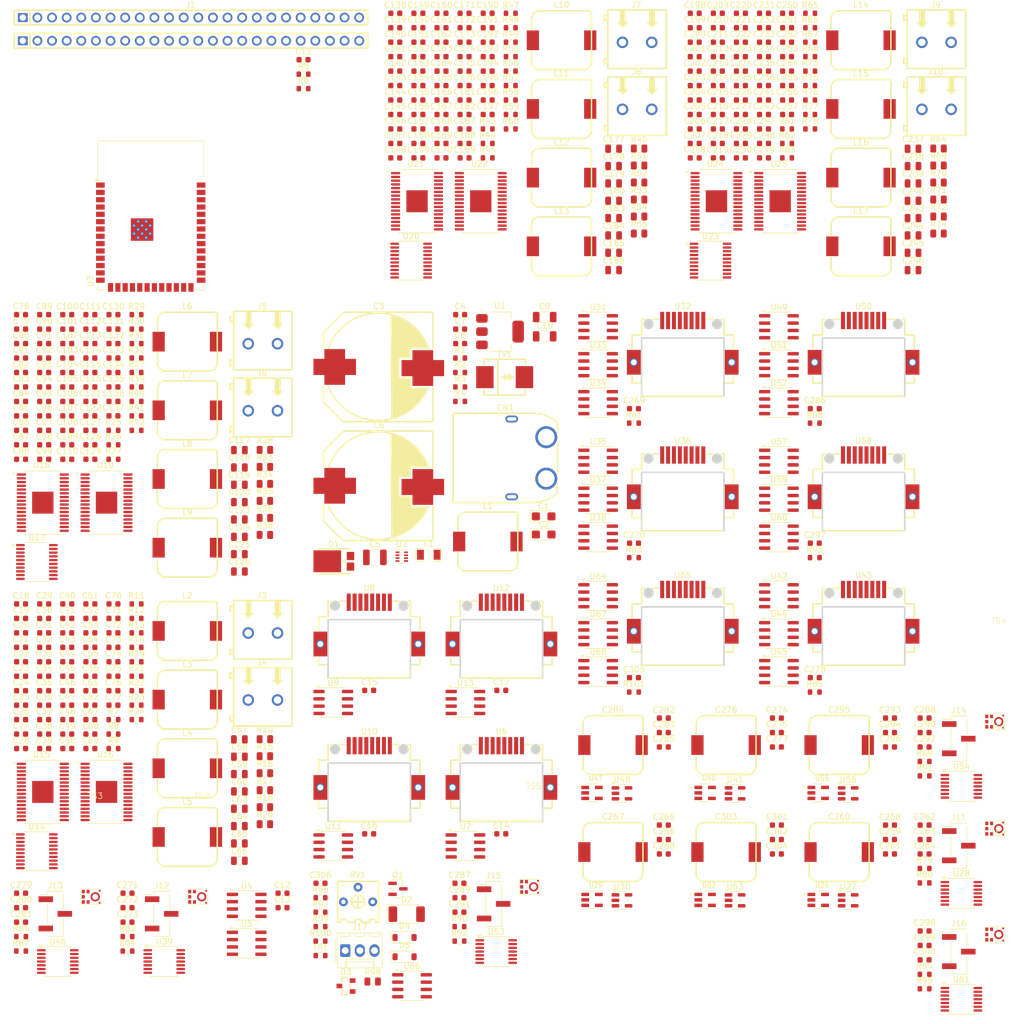
<source format=kicad_pcb>
(kicad_pcb (version 20241229) (generator "pcbnew") (generator_version "9.0")
  (layers (0 "F.Cu" signal) (2 "B.Cu" signal) (13 "F.Paste" user) (15 "B.Paste" user) (5 "F.SilkS" user "F.Silkscreen") (7 "B.SilkS" user "B.Silkscreen") (1 "F.Mask" user) (3 "B.Mask" user) (25 "Edge.Cuts" user))
  (net 0 "")
  (net 1 "+24V")
  (net 2 "/PCB_Control/TEMP_OVERRIDE")
  (net 3 "GND")
  (net 4 "+3.3V")
  (net 5 "+5V")
  (net 6 "Net-(U2-SW)")
  (net 7 "Net-(U2-SS)")
  (net 8 "Net-(U2-FB)")
  (net 9 "Net-(U2-RT)")
  (net 10 "Net-(U2-EN)")
  (net 16 "/PCB_Control/MCU_TO_FPGA")
  (net 19 "/PCB_Control/FPGA_TO_MCU")
  (net 26 "/PCB_Control/MUTE_3V3")
  (net 33 "MIC_EN")
  (net 36 "Net-(U3-EN)")
  (net 38 "/PCB_Control/TACHOMETER")
  (net 39 "/Hub_Main/BCLK_N")
  (net 40 "I2S_BCLK")
  (net 42 "/Hub_Main/BCLK_P")
  (net 44 "/Hub_Main/LRCK_N")
  (net 45 "/Hub_Main/LRCK_P")
  (net 46 "I2S_LRCK")
  (net 47 "/Hub_Main/DATA_3V3_1")
  (net 48 "/Hub_Main/Hub_Mic_Module_1/DATA_N")
  (net 49 "/Hub_Main/Hub_Mic_Module_1/DATA_P")
  (net 50 "/Hub_Main/Hub_Mic_Module_2/DATA_N")
  (net 51 "/Hub_Main/DATA_3V3_2")
  (net 52 "/Hub_Main/Hub_Mic_Module_2/DATA_P")
  (net 54 "/Hub_Main/DATA_3V3_3")
  (net 55 "/Hub_Main/Hub_Mic_Module_3/DATA_P")
  (net 56 "/Hub_Main/Hub_Mic_Module_3/DATA_N")
  (net 57 "/Hub_Main/Hub_Mic_Module_4/DATA_N")
  (net 58 "/Hub_Main/Hub_Mic_Module_4/DATA_P")
  (net 59 "/Hub_Main/DATA_3V3_4")
  (net 61 "I2S_BCLK_SPK")
  (net 62 "/PCB_Control/DAC_DATA_12")
  (net 63 "I2S_LRCK_SPK")
  (net 64 "/PCB_Control/Amp_Control_Module_12/W_OUTNL")
  (net 65 "/PCB_Control/Amp_Control_Module_12/W_BSPL")
  (net 66 "/PCB_Control/Amp_Control_Module_12/W_BSPR")
  (net 67 "/PCB_Control/Amp_Control_Module_12/RIGHT_INPUT")
  (net 68 "/PCB_Control/Amp_Control_Module_12/LEFT_INPUT")
  (net 69 "/PCB_Control/Amp_Control_Module_12/W_BSNL")
  (net 70 "/PCB_Control/Amp_Control_Module_12/W_OUTNR")
  (net 71 "/PCB_Control/Amp_Control_Module_12/W_OUTPR")
  (net 72 "/PCB_Control/Amp_Control_Module_12/W_BSNR")
  (net 73 "/PCB_Control/Amp_Control_Module_12/W_OUTPL")
  (net 74 "/PCB_Control/DAC_DATA_34")
  (net 75 "/PCB_Control/Amp_Control_Module_34/W_OUTNR")
  (net 76 "/PCB_Control/Amp_Control_Module_34/RIGHT_INPUT")
  (net 77 "/PCB_Control/Amp_Control_Module_34/W_BSPR")
  (net 78 "/PCB_Control/Amp_Control_Module_34/W_BSNL")
  (net 79 "/PCB_Control/Amp_Control_Module_34/W_BSPL")
  (net 80 "/PCB_Control/Amp_Control_Module_34/W_OUTPL")
  (net 81 "/PCB_Control/Amp_Control_Module_34/LEFT_INPUT")
  (net 82 "/PCB_Control/Amp_Control_Module_34/W_OUTNL")
  (net 83 "/PCB_Control/Amp_Control_Module_34/W_BSNR")
  (net 84 "/PCB_Control/Amp_Control_Module_34/W_OUTPR")
  (net 85 "Net-(U14-CAPP)")
  (net 86 "Net-(U14-OUTL)")
  (net 88 "Net-(U14-CAPM)")
  (net 89 "/PCB_Control/DAC_DATA_56")
  (net 90 "Net-(U14-LDOO)")
  (net 93 "Net-(U14-OUTR)")
  (net 94 "Net-(U14-VNEG)")
  (net 95 "/PCB_Control/Amp_Control_Module_56/W_OUTNL")
  (net 96 "/PCB_Control/Amp_Control_Module_56/W_BSNL")
  (net 97 "/PCB_Control/Amp_Control_Module_56/W_OUTNR")
  (net 99 "/PCB_Control/Amp_Control_Module_56/RIGHT_INPUT")
  (net 100 "/PCB_Control/Amp_Control_Module_56/W_BSNR")
  (net 101 "/PCB_Control/Amp_Control_Module_56/LEFT_INPUT")
  (net 102 "Net-(U15-AVCC)")
  (net 103 "/PCB_Control/Amp_Control_Module_56/W_OUTPR")
  (net 104 "Net-(U15-GVDD)")
  (net 106 "/PCB_Control/Amp_Control_Module_56/W_BSPR")
  (net 107 "Net-(U15-LINN)")
  (net 108 "/PCB_Control/Amp_Control_Module_56/W_OUTPL")
  (net 109 "/PCB_Control/Amp_Control_Module_56/W_BSPL")
  (net 110 "/PCB_Control/DAC_DATA_78")
  (net 111 "/PCB_Control/Amp_Control_Module_78/W_OUTPL")
  (net 112 "/PCB_Control/Amp_Control_Module_78/W_BSPL")
  (net 113 "/PCB_Control/Amp_Control_Module_78/W_OUTNL")
  (net 114 "/PCB_Control/Amp_Control_Module_78/W_OUTNR")
  (net 115 "/PCB_Control/Amp_Control_Module_78/W_BSNL")
  (net 116 "/PCB_Control/Amp_Control_Module_78/W_OUTPR")
  (net 117 "/PCB_Control/Amp_Control_Module_78/LEFT_INPUT")
  (net 118 "/PCB_Control/Amp_Control_Module_78/W_BSNR")
  (net 119 "/PCB_Control/Amp_Control_Module_78/W_BSPR")
  (net 120 "/PCB_Control/Amp_Control_Module_78/RIGHT_INPUT")
  (net 121 "/Breakout_1/+3.3V_LOCAL")
  (net 122 "/Breakout_1/GND_LOCAL")
  (net 123 "/Breakout_1/+5V_CABLE")
  (net 124 "/Breakout_1/+1V8_LOCAL")
  (net 125 "/Breakout_4/+3.3V_LOCAL")
  (net 126 "/Breakout_4/Breakout_Control/DATA_1V8")
  (net 127 "/Breakout_4/Breakout_Control/BCLK_3V3")
  (net 128 "/Breakout_4/Breakout_Control/WS_3V3")
  (net 129 "/Breakout_4/Breakout_Control/DATA_3V3")
  (net 130 "/Breakout_4/+1V8_LOCAL")
  (net 131 "/Breakout_4/GND_LOCAL")
  (net 132 "/Breakout_4/Breakout_Control/BCLK_1V8")
  (net 133 "/Breakout_4/Breakout_Control/WS_1V8")
  (net 134 "/Breakout_4/+5V_CABLE")
  (net 135 "/Breakout_4/Breakout_Hub/BCLK_N")
  (net 136 "/Breakout_4/Breakout_Hub/BCLK_P")
  (net 137 "/Breakout_4/Breakout_Hub/LRCK_N")
  (net 138 "/Breakout_4/Breakout_Hub/LRCK_P")
  (net 139 "/Breakout_4/Breakout_Hub/DATA_P")
  (net 140 "/Breakout_4/Breakout_Hub/DATA_N")
  (net 141 "/Breakout_1/Breakout_Control/BCLK_3V3")
  (net 142 "/Breakout_1/Breakout_Hub/BCLK_N")
  (net 143 "/Breakout_1/Breakout_Hub/BCLK_P")
  (net 144 "/Breakout_1/Breakout_Control/WS_3V3")
  (net 145 "/Breakout_1/Breakout_Hub/LRCK_P")
  (net 146 "/Breakout_1/Breakout_Hub/LRCK_N")
  (net 147 "/Breakout_1/Breakout_Hub/DATA_N")
  (net 148 "/Breakout_1/Breakout_Hub/DATA_P")
  (net 149 "/Breakout_1/Breakout_Control/DATA_3V3")
  (net 150 "/Breakout_2/Breakout_Control/DATA_1V8")
  (net 151 "/Breakout_2/+3.3V_LOCAL")
  (net 152 "/Breakout_2/Breakout_Control/BCLK_3V3")
  (net 153 "/Breakout_2/Breakout_Control/WS_3V3")
  (net 154 "/Breakout_2/+1V8_LOCAL")
  (net 155 "/Breakout_2/Breakout_Control/WS_1V8")
  (net 156 "/Breakout_2/Breakout_Control/DATA_3V3")
  (net 157 "/Breakout_2/GND_LOCAL")
  (net 158 "/Breakout_2/Breakout_Control/BCLK_1V8")
  (net 159 "/Breakout_2/+5V_CABLE")
  (net 160 "/Breakout_2/Breakout_Hub/BCLK_P")
  (net 161 "/Breakout_2/Breakout_Hub/BCLK_N")
  (net 162 "/Breakout_2/Breakout_Hub/LRCK_P")
  (net 164 "/Breakout_2/Breakout_Hub/LRCK_N")
  (net 165 "/Breakout_2/Breakout_Hub/DATA_P")
  (net 166 "/Breakout_2/Breakout_Hub/DATA_N")
  (net 168 "/Breakout_5/GND_LOCAL")
  (net 169 "/Breakout_5/+3.3V_LOCAL")
  (net 170 "/Breakout_5/Breakout_Control/DATA_1V8")
  (net 171 "/Breakout_5/Breakout_Control/DATA_3V3")
  (net 172 "/Breakout_5/Breakout_Control/BCLK_1V8")
  (net 173 "/Breakout_5/Breakout_Control/WS_1V8")
  (net 174 "/Breakout_5/+1V8_LOCAL")
  (net 175 "/Breakout_5/Breakout_Control/BCLK_3V3")
  (net 176 "/Breakout_5/Breakout_Control/WS_3V3")
  (net 177 "/Breakout_5/+5V_CABLE")
  (net 178 "/Breakout_5/Breakout_Hub/BCLK_P")
  (net 179 "/Breakout_5/Breakout_Hub/BCLK_N")
  (net 180 "/Breakout_5/Breakout_Hub/LRCK_N")
  (net 181 "/Breakout_5/Breakout_Hub/LRCK_P")
  (net 182 "/Breakout_5/Breakout_Hub/DATA_P")
  (net 183 "/Breakout_5/Breakout_Hub/DATA_N")
  (net 184 "/Breakout_1/Breakout_Control/WS_1V8")
  (net 185 "/Breakout_1/Breakout_Control/BCLK_1V8")
  (net 186 "/Breakout_1/Breakout_Control/DATA_1V8")
  (net 187 "/Breakout_3/+1V8_LOCAL")
  (net 188 "/Breakout_3/Breakout_Control/WS_3V3")
  (net 189 "/Breakout_3/Breakout_Control/DATA_3V3")
  (net 190 "/Breakout_3/Breakout_Control/WS_1V8")
  (net 191 "/Breakout_3/Breakout_Control/BCLK_3V3")
  (net 192 "/Breakout_3/Breakout_Control/BCLK_1V8")
  (net 193 "/Breakout_3/+3.3V_LOCAL")
  (net 194 "/Breakout_3/Breakout_Control/DATA_1V8")
  (net 195 "/Breakout_3/GND_LOCAL")
  (net 196 "/Breakout_3/+5V_CABLE")
  (net 197 "/Breakout_3/Breakout_Hub/BCLK_P")
  (net 198 "/Breakout_3/Breakout_Hub/BCLK_N")
  (net 199 "/Breakout_3/Breakout_Hub/LRCK_N")
  (net 200 "/Breakout_3/Breakout_Hub/LRCK_P")
  (net 201 "/Breakout_3/Breakout_Hub/DATA_N")
  (net 202 "/Breakout_3/Breakout_Hub/DATA_P")
  (net 203 "/Breakout_6/Breakout_Control/DATA_1V8")
  (net 204 "/Breakout_6/Breakout_Control/WS_1V8")
  (net 205 "/Breakout_6/+1V8_LOCAL")
  (net 206 "/Breakout_6/Breakout_Control/BCLK_1V8")
  (net 207 "/Breakout_6/Breakout_Control/BCLK_3V3")
  (net 208 "/Breakout_6/GND_LOCAL")
  (net 209 "/Breakout_6/+3.3V_LOCAL")
  (net 210 "/Breakout_6/Breakout_Control/DATA_3V3")
  (net 211 "/Breakout_6/Breakout_Control/WS_3V3")
  (net 212 "/Breakout_6/+5V_CABLE")
  (net 214 "/Breakout_6/Breakout_Hub/BCLK_N")
  (net 215 "/Breakout_6/Breakout_Hub/BCLK_P")
  (net 216 "/Breakout_6/Breakout_Hub/LRCK_P")
  (net 217 "/Breakout_6/Breakout_Hub/LRCK_N")
  (net 218 "/Breakout_6/Breakout_Hub/DATA_N")
  (net 219 "/Breakout_6/Breakout_Hub/DATA_P")
  (net 220 "/PCB_Control/Amp_Control_Module_12/SPK_R_N")
  (net 221 "/PCB_Control/Amp_Control_Module_12/SPK_R_P")
  (net 222 "/PCB_Control/Amp_Control_Module_12/SPK_L_N")
  (net 223 "/PCB_Control/Amp_Control_Module_12/SPK_L_P")
  (net 224 "/PCB_Control/Amp_Control_Module_12/VD_PLIMIT_R")
  (net 225 "/PCB_Control/Amp_Control_Module_34/SPK_R_P")
  (net 226 "/PCB_Control/Amp_Control_Module_34/SPK_R_N")
  (net 227 "/PCB_Control/Amp_Control_Module_34/SPK_L_P")
  (net 228 "/PCB_Control/Amp_Control_Module_34/SPK_L_N")
  (net 229 "/PCB_Control/Amp_Control_Module_56/SPK_R_P")
  (net 230 "/PCB_Control/Amp_Control_Module_56/SPK_R_N")
  (net 231 "/PCB_Control/Amp_Control_Module_56/SPK_L_N")
  (net 232 "/PCB_Control/Amp_Control_Module_56/SPK_L_P")
  (net 233 "/PCB_Control/Amp_Control_Module_78/SPK_R_P")
  (net 234 "/PCB_Control/Amp_Control_Module_78/SPK_R_N")
  (net 235 "/PCB_Control/Amp_Control_Module_78/SPK_L_N")
  (net 236 "/PCB_Control/Amp_Control_Module_78/SPK_L_P")
  (net 237 "/PCB_Control/Amp_Control_Module_12/VD_PLIMIT_L")
  (net 238 "/PCB_Control/Amp_Control_Module_34/VD_PLIMIT_L")
  (net 239 "/PCB_Control/Amp_Control_Module_56/VD_PLIMIT_L")
  (net 240 "/PCB_Control/Amp_Control_Module_78/VD_PLIMIT_L")
  (net 241 "/PCB_Control/Amp_Control_Module_34/VD_PLIMIT_R")
  (net 242 "/PCB_Control/Amp_Control_Module_56/VD_PLIMIT_R")
  (net 243 "/PCB_Control/Amp_Control_Module_78/VD_PLIMIT_R")
  (net 244 "/PCB_Power/V_EXT")
  (net 246 "/Breakout_4/Breakout_Control/JUMPER")
  (net 247 "/Breakout_2/Breakout_Control/JUMPER")
  (net 248 "/Breakout_5/Breakout_Control/JUMPER")
  (net 249 "/Breakout_3/Breakout_Control/JUMPER")
  (net 250 "/Breakout_1/Breakout_Control/JUMPER")
  (net 251 "/Breakout_6/Breakout_Control/JUMPER")
  (net 252 "/PCB_Control/AMP_FAULT_1")
  (net 253 "/PCB_Control/AMP_FAULT_3")
  (net 254 "/PCB_Control/AMP_FAULT_5")
  (net 255 "/PCB_Control/AMP_FAULT_7")
  (net 256 "/PCB_Control/Amp_Control_Module_12/GAIN_SET_L")
  (net 257 "/PCB_Control/Amp_Control_Module_34/GAIN_SET_L")
  (net 258 "/PCB_Control/Amp_Control_Module_56/GAIN_SET_L")
  (net 259 "/PCB_Control/Amp_Control_Module_78/GAIN_SET_L")
  (net 260 "/PCB_Control/Amp_Control_Module_12/GAIN_SET_R")
  (net 261 "/PCB_Control/AMP_FAULT_2")
  (net 262 "/PCB_Control/Amp_Control_Module_34/GAIN_SET_R")
  (net 263 "/PCB_Control/AMP_FAULT_4")
  (net 264 "/PCB_Control/Amp_Control_Module_56/GAIN_SET_R")
  (net 265 "/PCB_Control/AMP_FAULT_6")
  (net 266 "/PCB_Control/Amp_Control_Module_78/GAIN_SET_R")
  (net 267 "/PCB_Control/AMP_FAULT_8")
  (net 268 "Net-(R99-Pad2)")
  (net 273 "Net-(C32-Pad1)")
  (net 274 "Net-(C34-Pad1)")
  (net 275 "Net-(U16-LINN)")
  (net 276 "Net-(C63-Pad1)")
  (net 277 "Net-(C64-Pad1)")
  (net 278 "Net-(C65-Pad1)")
  (net 279 "Net-(C66-Pad1)")
  (net 280 "Net-(U16-GVDD)")
  (net 281 "Net-(U18-LINN)")
  (net 282 "Net-(U17-CAPM)")
  (net 283 "Net-(U17-CAPP)")
  (net 284 "Net-(U17-LDOO)")
  (net 285 "Net-(U17-VNEG)")
  (net 286 "Net-(C92-Pad1)")
  (net 287 "Net-(C94-Pad1)")
  (net 288 "Net-(U18-GVDD)")
  (net 289 "Net-(U19-LINN)")
  (net 290 "Net-(C123-Pad1)")
  (net 291 "Net-(C124-Pad1)")
  (net 292 "Net-(C125-Pad1)")
  (net 293 "Net-(C126-Pad1)")
  (net 294 "Net-(U19-GVDD)")
  (net 295 "Net-(U21-LINN)")
  (net 296 "Net-(U20-CAPP)")
  (net 297 "Net-(U20-CAPM)")
  (net 298 "Net-(U20-LDOO)")
  (net 299 "Net-(U20-VNEG)")
  (net 300 "Net-(C152-Pad1)")
  (net 301 "Net-(C154-Pad1)")
  (net 302 "Net-(U21-GVDD)")
  (net 303 "Net-(U22-LINN)")
  (net 304 "Net-(C183-Pad1)")
  (net 305 "Net-(C184-Pad1)")
  (net 306 "Net-(C185-Pad1)")
  (net 307 "Net-(C186-Pad1)")
  (net 308 "Net-(U22-GVDD)")
  (net 309 "Net-(U24-LINN)")
  (net 310 "Net-(U23-CAPM)")
  (net 311 "Net-(U23-CAPP)")
  (net 312 "Net-(U23-LDOO)")
  (net 313 "Net-(U23-VNEG)")
  (net 314 "Net-(C212-Pad1)")
  (net 315 "Net-(C214-Pad1)")
  (net 316 "Net-(U24-GVDD)")
  (net 317 "Net-(U25-LINN)")
  (net 318 "Net-(C243-Pad1)")
  (net 319 "Net-(C244-Pad1)")
  (net 320 "Net-(C245-Pad1)")
  (net 321 "Net-(C246-Pad1)")
  (net 322 "Net-(U25-GVDD)")
  (net 325 "Net-(D2-A)")
  (net 326 "Net-(D4-A)")
  (net 327 "Net-(D4-K)")
  (net 360 "Net-(U16-AVCC)")
  (net 361 "Net-(U17-OUTL)")
  (net 362 "Net-(U17-OUTR)")
  (net 363 "Net-(U18-AVCC)")
  (net 364 "Net-(U19-AVCC)")
  (net 365 "Net-(U20-OUTL)")
  (net 366 "Net-(U20-OUTR)")
  (net 367 "Net-(U21-AVCC)")
  (net 368 "Net-(U22-AVCC)")
  (net 369 "Net-(U23-OUTL)")
  (net 370 "Net-(U23-OUTR)")
  (net 371 "Net-(U24-AVCC)")
  (net 372 "Net-(U25-AVCC)")
  (net 373 "Net-(U66A-+)")
  (net 374 "Net-(U66A--)")
  (footprint "Resistor_SMD:R_0805_2012Metric" (layer "F.Cu") (at 108.835 38.985)
    (property "Reference" "R56")
    (property "Value" "10")
  )
  (footprint "Capacitor_SMD:C_0603_1608Metric" (layer "F.Cu") (at 134.535 8.285)
    (property "Reference" "C253")
    (property "Value" "10u")
  )
  (footprint "Capacitor_SMD:C_0603_1608Metric" (layer "F.Cu") (at 13.535 58.085)
    (property "Reference" "C113")
    (property "Value" "0.68u")
  )
  (footprint "Capacitor_SMD:C_0603_1608Metric" (layer "F.Cu") (at 70.505 23.345)
    (property "Reference" "C158")
    (property "Value" "10u")
  )
  (footprint "Inductor_SMD:IND-SMD_L10.4-W10.3" (layer "F.Cu") (at 104.305 127.7705)
    (property "Reference" "C284")
    (property "Value" "1u")
  )
  (footprint "T5848:TDK_T5848_Pad" (layer "F.Cu") (at 171.298 160.655)
    (property "Reference" "TS6")
    (property "Value" "T5848")
  )
  (footprint "Capacitor_SMD:C_0603_1608Metric" (layer "F.Cu") (at 126.515 18.325)
    (property "Reference" "C227")
    (property "Value" "10u")
  )
  (footprint "Resistor_SMD:R_0603_1608Metric" (layer "F.Cu") (at 107.945 118.575)
    (property "Reference" "R101")
    (property "Value" "120")
  )
  (footprint "Capacitor_SMD:C_0603_1608Metric" (layer "F.Cu") (at 70.505 15.815)
    (property "Reference" "C155")
    (property "Value" "2.2n")
  )
  (footprint "Capacitor_SMD:C_0603_1608Metric" (layer "F.Cu") (at 152.405 144.165)
    (property "Reference" "C259")
    (property "Value" "2.2u")
  )
  (footprint "Resistor_SMD:R_0603_1608Metric" (layer "F.Cu") (at 21.555 65.615)
    (property "Reference" "R39")
    (property "Value" "100k")
  )
  (footprint "Inductor_SMD:IND-SMD_L10.4-W10.3" (layer "F.Cu") (at 123.945 127.7705)
    (property "Reference" "C276")
    (property "Value" "1u")
  )
  (footprint "Resistor_SMD:R_0603_1608Metric" (layer "F.Cu") (at 77.755 65.615)
    (property "Reference" "R3")
    (property "Value" "52.3k")
  )
  (footprint "TerminalBlock_Phoenix:CONN-TH_2P-P5.00_WJ500V-5.08-2P" (layer "F.Cu") (at 160.487 17.431433)
    (property "Reference" "J10")
    (property "Value" "Screw_Terminal_01x02")
  )
  (footprint "Resistor_SMD:R_0805_2012Metric" (layer "F.Cu") (at 108.835 33.085)
    (property "Reference" "R53")
    (property "Value" "10")
  )
  (footprint "Capacitor_SMD:C_0805_2012Metric" (layer "F.Cu") (at 104.405 30.285)
    (property "Reference" "C179")
    (property "Value" "2n")
  )
  (footprint "Capacitor_SMD:C_0805_2012Metric" (layer "F.Cu") (at 156.405 30.285)
    (property "Reference" "C239")
    (property "Value" "2n")
  )
  (footprint "Capacitor_SMD:C_0603_1608Metric" (layer "F.Cu") (at 53.505 151.755)
    (property "Reference" "C306")
    (property "Value" "0.1u")
  )
  (footprint "Capacitor_SMD:C_0603_1608Metric" (layer "F.Cu") (at 70.505 10.795)
    (property "Reference" "C153")
    (property "Value" "10u")
  )
  (footprint "Capacitor_SMD:C_0603_1608Metric" (layer "F.Cu") (at 66.495 20.835)
    (property "Reference" "C146")
    (property "Value" "0.1u")
  )
  (footprint "Capacitor_SMD:C_0603_1608Metric" (layer "F.Cu") (at 5.515 120.845)
    (property "Reference" "C36")
    (property "Value" "1u")
  )
  (footprint "TerminalBlock_Phoenix:CONN-TH_2P-P5.00_WJ500V-5.08-2P" (layer "F.Cu") (at 43.497 108.3205)
    (property "Reference" "J3")
    (property "Value" "Screw_Terminal_01x02")
  )
  (footprint "Capacitor_SMD:C_0603_1608Metric" (layer "F.Cu") (at 9.525 65.615)
    (property "Reference" "C105")
    (property "Value" "0.1u")
  )
  (footprint "Capacitor_SMD:C_0603_1608Metric" (layer "F.Cu") (at 77.755 58.085)
    (property "Reference" "C8")
    (property "Value" "0.1u")
  )
  (footprint "Resistor_SMD:R_0805_2012Metric" (layer "F.Cu") (at 43.845 132.655)
    (property "Reference" "R16")
    (property "Value" "10")
  )
  (footprint "Capacitor_SMD:C_0805_2012Metric" (layer "F.Cu") (at 39.415 126.785)
    (property "Reference" "C57")
    (property "Value" "2n")
  )
  (footprint "Capacitor_SMD:C_0805_2012Metric" (layer "F.Cu") (at 156.405 36.305)
    (property "Reference" "C243")
    (property "Value" "2n")
  )
  (footprint "Capacitor_SMD:C_0603_1608Metric" (layer "F.Cu") (at 5.515 68.125)
    (property "Reference" "C95")
    (property "Value" "2.2n")
  )
  (footprint "Capacitor_SMD:C_0603_1608Metric" (layer "F.Cu") (at 17.545 103.275)
    (property "Reference" "C70")
    (property "Value" "0.1u")
  )
  (footprint "Capacitor_SMD:C_0603_1608Metric" (layer "F.Cu") (at 9.525 55.575)
    (property "Reference" "C101")
    (property "Value" "220n")
  )
  (footprint "Capacitor_SMD:C_0603_1608Metric" (layer "F.Cu") (at 78.525 8.285)
    (property "Reference" "C174")
    (property "Value" "0.68u")
  )
  (footprint "Capacitor_SMD:C_0805_2012Metric" (layer "F.Cu") (at 156.405 42.325)
    (property "Reference" "C245")
    (property "Value" "2n")
  )
  (footprint "Capacitor_SMD:C_0603_1608Metric" (layer "F.Cu") (at 78.525 13.305)
    (property "Reference" "C176")
    (property "Value" "0.68u")
  )
  (footprint "Connector_PinHeader_2.54mm:PinHeader_1x03_P2.54mm_Vertical_SMD_Pin1Left" (layer "F.Cu") (at 83.575 155.335)
    (property "Reference" "J15")
    (property "Value" "Conn_01x03_MountingPin")
  )
  (footprint "Capacitor_SMD:C_0603_1608Metric" (layer "F.Cu") (at 158.415 146.675)
    (property "Reference" "C264")
    (property "Value" "0.1u")
  )
  (footprint "Capacitor_SMD:C_0603_1608Metric" (layer "F.Cu") (at 17.545 70.635)
    (property "Reference" "C137")
    (property "Value" "100u")
  )
  (footprint "Package_SO:TSSOP-14_4.4x5mm_P0.65mm" (layer "F.Cu") (at 164.795 153.51)
    (property "Reference" "U28")
    (property "Value" "TXB0104PW")
  )
  (footprint "Package_TO_SOT_SMD:SOT-223-3_TabPin2" (layer "F.Cu") (at 84.685 56.01)
    (property "Reference" "U1")
    (property "Value" "AMS1117-3.3")
  )
  (footprint "Capacitor_SMD:C_0603_1608Metric" (layer "F.Cu") (at 113.125 146.675)
    (property "Reference" "C268")
    (property "Value" "2.2u")
  )
  (footprint "Capacitor_SMD:C_0603_1608Metric" (layer "F.Cu") (at 74.515 15.815)
    (property "Reference" "C166")
    (property "Value" "10u")
  )
  (footprint "Capacitor_SMD:C_0603_1608Metric" (layer "F.Cu") (at 13.535 125.865)
    (property "Reference" "C68")
    (property "Value" "0.1u")
  )
  (footprint "Capacitor_SMD:C_0603_1608Metric" (layer "F.Cu") (at 9.525 108.295)
    (property "Reference" "C42")
    (property "Value" "220n")
  )
  (footprint "Resistor_SMD:R_0805_2012Metric" (layer "F.Cu") (at 160.835 36.035)
    (property "Reference" "R72")
    (property "Value" "10")
  )
  (footprint "Package_SO:SOIC-8_3.9x4.9mm_P1.27mm" (layer "F.Cu") (at 133.115 61.755)
    (property "Reference" "U51")
    (property "Value" "MAX3485")
  )
  (footprint "Capacitor_SMD:C_1206_3216Metric" (layer "F.Cu") (at 92.435 56.835)
    (property "Reference" "C10")
    (property "Value" "22u")
  )
  (footprint "Capacitor_SMD:C_0603_1608Metric" (layer "F.Cu") (at 122.505 23.345)
    (property "Reference" "C218")
    (property "Value" "10u")
  )
  (footprint "Capacitor_SMD:C_0603_1608Metric" (layer "F.Cu") (at 77.635 154.265)
    (property "Reference" "C289")
    (property "Value" "0.1u")
  )
  (footprint "Capacitor_SMD:C_0603_1608Metric" (layer "F.Cu") (at 74.515 23.345)
    (property "Reference" "C169")
    (property "Value" "0.1u")
  )
  (footprint "Capacitor_SMD:C_0603_1608Metric" (layer "F.Cu") (at 1.505 115.825)
    (property "Reference" "C23")
    (property "Value" "0.1u")
  )
  (footprint "Capacitor_SMD:C_0805_2012Metric" (layer "F.Cu") (at 39.415 94.635)
    (property "Reference" "C125")
    (property "Value" "2n")
  )
  (footprint "TPA3116D2DADR:SOP65P810X115-33N" (layer "F.Cu") (at 16.345 135.905)
    (property "Reference" "U16")
    (property "Value" "TPA3116D2DADR")
  )
  (footprint "Capacitor_SMD:C_0603_1608Metric" (layer "F.Cu") (at 17.545 120.845)
    (property "Reference" "C77")
    (property "Value" "100u")
  )
  (footprint "Capacitor_SMD:C_0603_1608Metric" (layer "F.Cu") (at 17.545 108.295)
    (property "Reference" "C72")
    (property "Value" "0.1u")
  )
  (footprint "Capacitor_SMD:C_0603_1608Metric" (layer "F.Cu") (at 5.515 53.065)
    (property "Reference" "C89")
    (property "Value" "0.1u")
  )
  (footprint "Capacitor_SMD:C_0603_1608Metric" (layer "F.Cu") (at 118.495 0.755)
    (property "Reference" "C198")
    (property "Value" "0.1u")
  )
  (footprint "Capacitor_SMD:C_0603_1608Metric" (layer "F.Cu") (at 118.495 13.305)
    (property "Reference" "C203")
    (property "Value" "0.1u")
  )
  (footprint "Resistor_SMD:R_0603_1608Metric" (layer "F.Cu") (at 53.505 161.795)
    (property "Reference" "R100")
    (property "Value" "10k")
  )
  (footprint "Capacitor_SMD:C_0603_1608Metric" (layer "F.Cu") (at 13.535 103.275)
    (property "Reference" "C51")
    (property "Value" "0.22u")
  )
  (footprint "Connector_PinHeader_2.54mm:PinHeader_1x03_P2.54mm_Vertical_SMD_Pin1Left" (layer "F.Cu") (at 7.445 157.065)
    (property "Reference" "J13")
    (property "Value" "Conn_01x03_MountingPin")
  )
  (footprint "Capacitor_SMD:C_0603_1608Metric" (layer "F.Cu") (at 122.505 5.775)
    (property "Reference" "C211")
    (property "Value" "2.2u")
  )
  (footprint "Inductor_SMD:IND-SMD_L10.4-W10.3" (layer "F.Cu") (at 30.375 93.513299)
    (property "Reference" "L9")
    (property "Value" "10u")
  )
  (footprint "Capacitor_SMD:C_0603_1608Metric" (layer "F.Cu") (at 1.505 78.165)
    (property "Reference" "C88")
    (property "Value" "2.2u")
  )
  (footprint "Resistor_SMD:R_0603_1608Metric" (layer "F.Cu") (at 134.535 20.835)
    (property "Reference" "R61")
    (property "Value" "470")
  )
  (footprint "Resistor_SMD:R_0805_2012Metric" (layer "F.Cu") (at 160.835 30.135)
    (property "Reference" "R70")
    (property "Value" "10")
  )
  (footprint "Capacitor_SMD:C_0603_1608Metric" (layer "F.Cu") (at 5.515 118.335)
    (property "Reference" "C35")
    (property "Value" "2.2n")
  )
  (footprint "Capacitor_SMD:C_0603_1608Metric" (layer "F.Cu") (at 158.415 141.655)
    (property "Reference" "C262")
    (property "Value" "0.1u")
  )
  (footprint "Connector_PinHeader_2.54mm:PinHeader_1x03_P2.54mm_Vertical_SMD_Pin1Left" (layer "F.Cu") (at 164.355 145.235)
    (property "Reference" "J11")
    (property "Value" "Conn_01x03_MountingPin")
  )
  (footprint "Capacitor_SMD:C_0603_1608Metric" (layer "F.Cu") (at 107.945 69.385)
    (property "Reference" "C269")
    (property "Value" "10u")
  )
  (footprint "Capacitor_SMD:C_0603_1608Metric" (layer "F.Cu") (at 113.125 128.105)
    (property "Reference" "C285")
    (property "Value" "2.2u")
  )
  (footprint "Resistor_SMD:R_0603_1608Metric" (layer "F.Cu") (at 107.945 71.895)
    (property "Reference" "R81")
    (property "Value" "120")
  )
  (footprint "Capacitor_SMD:C_0603_1608Metric" (layer "F.Cu") (at 113.125 125.595)
    (property "Reference" "C283")
    (property "Value" "2.2u")
  )
  (footprint "AP2112K-3.3TRG1:SOT95P285X140-5N" (layer "F.Cu") (at 120.299 154.645)
    (property "Reference" "U62")
    (property "Value" "AP2112K-3.3TRG1")
  )
  (footprint "Inductor_SMD:IND-SMD_L10.4-W10.3" (layer "F.Cu") (at 143.585 146.3405)
    (property "Reference" "C260")
    (property "Value" "1u")
  )
  (footprint "Resistor_SMD:R_0603_1608Metric" (layer "F.Cu") (at 21.555 108.295)
    (property "Reference" "R13")
    (property "Value" "47k")
  )
  (footprint "Capacitor_SMD:C_0805_2012Metric" (layer "F.Cu") (at 104.405 33.295)
    (property "Reference" "C180")
    (property "Value" "2n")
  )
  (footprint "Resistor_SMD:R_0603_1608Metric" (layer "F.Cu") (at 158.415 130.615)
    (property "Reference" "R89")
    (property "Value" "100k")
  )
  (footprint "Connector_PinHeader_2.54mm:PinHeader_1x03_P2.54mm_Vertical_SMD_Pin1Left" (layer "F.Cu") (at 164.355 126.665)
    (property "Reference" "J14")
    (property "Value" "Conn_01x03_MountingPin")
  )
  (footprint "Capacitor_SMD:C_0603_1608Metric" (layer "F.Cu") (at 152.405 125.595)
    (property "Reference" "C294")
    (property "Value" "2.2u")
  )
  (footprint "Resistor_SMD:R_0603_1608Metric" (layer "F.Cu") (at 82.535 20.835)
    (property "Reference" "R43")
    (property "Value" "470")
  )
  (footprint "Capacitor_SMD:C_0603_1608Metric" (layer "F.Cu") (at 1.505 103.275)
    (property "Reference" "C18")
    (property "Value" "0.1u")
  )
  (footprint "Capacitor_SMD:C_0603_1608Metric" (layer "F.Cu") (at 113.125 141.655)
    (property "Reference" "C265")
    (property "Value" "1u")
  )
  (footprint "Package_SO:TSSOP-20_4.4x6.5mm_P0.65mm" (layer "F.Cu") (at 4.25 95.995)
    (property "Reference" "U17")
    (property "Value" "PCM5102A")
  )
  (footprint "Capacitor_SMD:C_0603_1608Metric" (layer "F.Cu") (at 126.515 10.795)
    (property "Reference" "C224")
    (property "Value" "220n")
  )
  (footprint "TPA3116D2DADR:SOP65P810X115-33N" (layer "F.Cu") (at 81.335 33.385)
    (property "Reference" "U22")
    (property "Value" "TPA3116D2DADR")
  )
  (footprint "Resistor_SMD:R_0603_1608Metric" (layer "F.Cu") (at 77.755 68.125)
    (property "Reference" "R4")
    (property "Value" "10k")
  )
  (footprint "Resistor_SMD:R_0805_2012Metric" (layer "F.Cu") (at 43.845 91.295)
    (property "Reference" "R38")
    (property "Value" "10")
  )
  (footprint "Resistor_SMD:R_0603_1608Metric" (layer "F.Cu") (at 17.545 75.655)
    (property "Reference" "R26")
    (property "Value" "470")
  )
  (footprint "Resistor_SMD:R_0603_1608Metric" (layer "F.Cu") (at 82.535 23.345)
    (property "Reference" "R44")
    (property "Value" "470")
  )
  (footprint "Package_TO_SOT_SMD:SOT-583-8" (layer "F.Cu") (at 67.615 95.07)
    (property "Reference" "U2")
    (property "Value" "TPS62933")
  )
  (footprint "Resistor_SMD:R_0805_2012Metric" (layer "F.Cu") (at 108.835 36.035)
    (property "Reference" "R54")
    (property "Value" "10")
  )
  (footprint "Capacitor_SMD:C_0603_1608Metric" (layer "F.Cu") (at 9.525 123.355)
    (property "Reference" "C48")
    (property "Value" "10u")
  )
  (footprint "Capacitor_SMD:C_0603_1608Metric" (layer "F.Cu") (at 126.515 23.345)
    (property "Reference" "C229")
    (property "Value" "0.1u")
  )
  (footprint "Connector:RJ45-SMD_HC-RJ45-055-4_2" (layer "F.Cu") (at 84.925 131.5)
    (property "Reference" "U6")
    (property "Value" "RJ45")
    (fp_line (start -7.15 -0.6) (end 7.15 -0.6) (stroke (width 0.254)) (layer "Edge.Cuts"))
    (fp_line (start -7.15 9.525) (end -7.15 -0.6) (stroke (width 0.254)) (layer "Edge.Cuts"))
    (fp_line (start 7.15 -0.6) (end 7.1505 -0.6) (stroke (width 0.254)) (layer "Edge.Cuts"))
    (fp_line (start 7.1505 -0.6) (end 7.1505 9.525) (stroke (width 0.254)) (layer "Edge.Cuts"))
    (fp_poly (pts (xy -5.054334 -3.113215) (xy -5.088754 -3.286256) (xy -5.156271 -3.449257) (xy -5.254291 -3.595954) (xy -5.379046 -3.720709) (xy -5.525743 -3.818729) (xy -5.688744 -3.886246) (xy -5.861785 -3.920666) (xy -6.038215 -3.920666) (xy -6.211256 -3.886246) (xy -6.374257 -3.818729) (xy -6.520954 -3.720709) (xy -6.645709 -3.595954) (xy -6.743729 -3.449257) (xy -6.811246 -3.286256) (xy -6.845666 -3.113215) (xy -6.845666 -2.936785) (xy -6.811246 -2.763744) (xy -6.743729 -2.600743) (xy -6.645709 -2.454046) (xy -6.520954 -2.329291) (xy -6.374257 -2.231271) (xy -6.211256 -2.163754) (xy -6.038215 -2.129334) (xy -5.861785 -2.129334) (xy -5.688744 -2.163754) (xy -5.525743 -2.231271) (xy -5.379046 -2.329291) (xy -5.254291 -2.454046) (xy -5.156271 -2.600743) (xy -5.088754 -2.763744) (xy -5.054334 -2.936785)) (fill yes) (layer "Edge.Cuts"))
    (fp_poly (pts (xy 6.845666 -3.113215) (xy 6.811246 -3.286256) (xy 6.743729 -3.449257) (xy 6.645709 -3.595954) (xy 6.520954 -3.720709) (xy 6.374257 -3.818729) (xy 6.211256 -3.886246) (xy 6.038215 -3.920666) (xy 5.861785 -3.920666) (xy 5.688744 -3.886246) (xy 5.525743 -3.818729) (xy 5.379046 -3.720709) (xy 5.254291 -3.595954) (xy 5.156271 -3.449257) (xy 5.088754 -3.286256) (xy 5.054334 -3.113215) (xy 5.054334 -2.936785) (xy 5.088754 -2.763744) (xy 5.156271 -2.600743) (xy 5.254291 -2.454046) (xy 5.379046 -2.329291) (xy 5.525743 -2.231271) (xy 5.688744 -2.163754) (xy 5.861785 -2.129334) (xy 6.038215 -2.129334) (xy 6.211256 -2.163754) (xy 6.374257 -2.231271) (xy 6.520954 -2.329291) (xy 6.645709 -2.454046) (xy 6.743729 -2.600743) (xy 6.811246 -2.763744) (xy 6.845666 -2.936785)) (fill yes) (layer "Edge.Cuts"))
  )
  (footprint "Connector:RJ45-SMD_HC-RJ45-055-4_2" (layer "F.Cu") (at 61.975 131.5)
    (property "Reference" "U10")
    (property "Value" "RJ45")
    (fp_line (start -7.15 -0.6) (end 7.15 -0.6) (stroke (width 0.254)) (layer "Edge.Cuts"))
    (fp_line (start -7.15 9.525) (end -7.15 -0.6) (stroke (width 0.254)) (layer "Edge.Cuts"))
    (fp_line (start 7.15 -0.6) (end 7.1505 -0.6) (stroke (width 0.254)) (layer "Edge.Cuts"))
    (fp_line (start 7.1505 -0.6) (end 7.1505 9.525) (stroke (width 0.254)) (layer "Edge.Cuts"))
    (fp_poly (pts (xy -5.054334 -3.113215) (xy -5.088754 -3.286256) (xy -5.156271 -3.449257) (xy -5.254291 -3.595954) (xy -5.379046 -3.720709) (xy -5.525743 -3.818729) (xy -5.688744 -3.886246) (xy -5.861785 -3.920666) (xy -6.038215 -3.920666) (xy -6.211256 -3.886246) (xy -6.374257 -3.818729) (xy -6.520954 -3.720709) (xy -6.645709 -3.595954) (xy -6.743729 -3.449257) (xy -6.811246 -3.286256) (xy -6.845666 -3.113215) (xy -6.845666 -2.936785) (xy -6.811246 -2.763744) (xy -6.743729 -2.600743) (xy -6.645709 -2.454046) (xy -6.520954 -2.329291) (xy -6.374257 -2.231271) (xy -6.211256 -2.163754) (xy -6.038215 -2.129334) (xy -5.861785 -2.129334) (xy -5.688744 -2.163754) (xy -5.525743 -2.231271) (xy -5.379046 -2.329291) (xy -5.254291 -2.454046) (xy -5.156271 -2.600743) (xy -5.088754 -2.763744) (xy -5.054334 -2.936785)) (fill yes) (layer "Edge.Cuts"))
    (fp_poly (pts (xy 6.845666 -3.113215) (xy 6.811246 -3.286256) (xy 6.743729 -3.449257) (xy 6.645709 -3.595954) (xy 6.520954 -3.720709) (xy 6.374257 -3.818729) (xy 6.211256 -3.886246) (xy 6.038215 -3.920666) (xy 5.861785 -3.920666) (xy 5.688744 -3.886246) (xy 5.525743 -3.818729) (xy 5.379046 -3.720709) (xy 5.254291 -3.595954) (xy 5.156271 -3.449257) (xy 5.088754 -3.286256) (xy 5.054334 -3.113215) (xy 5.054334 -2.936785) (xy 5.088754 -2.763744) (xy 5.156271 -2.600743) (xy 5.254291 -2.454046) (xy 5.379046 -2.329291) (xy 5.525743 -2.231271) (xy 5.688744 -2.163754) (xy 5.861785 -2.129334) (xy 6.038215 -2.129334) (xy 6.211256 -2.163754) (xy 6.374257 -2.231271) (xy 6.520954 -2.329291) (xy 6.645709 -2.454046) (xy 6.743729 -2.600743) (xy 6.811246 -2.763744) (xy 6.845666 -2.936785)) (fill yes) (layer "Edge.Cuts"))
  )
  (footprint "Capacitor_SMD:C_0603_1608Metric" (layer "F.Cu") (at 5.515 108.295)
    (property "Reference" "C31")
    (property "Value" "2.2u")
  )
  (footprint "Capacitor_SMD:C_0805_2012Metric" (layer "F.Cu") (at 104.405 42.325)
    (property "Reference" "C185")
    (property "Value" "2n")
  )
  (footprint "Capacitor_SMD:C_0603_1608Metric" (layer "F.Cu") (at 139.345 69.385)
    (property "Reference" "C286")
    (property "Value" "10u")
  )
  (footprint "Inductor_SMD:IND-SMD_L10.4-W10.3" (layer "F.Cu") (at 30.375 131.802366)
    (property "Reference" "L4")
    (property "Value" "10u")
  )
  (footprint "Capacitor_SMD:CAP-SMD_BD18.0-L19.0-W19.0-FD_EEEFK1E472SV" (layer "F.Cu") (at 63.625 62.240433)
    (property "Reference" "C3")
    (property "Value" "2200u")
  )
  (footprint "Capacitor_SMD:C_0603_1608Metric" (layer "F.Cu") (at 46.915 155.995)
    (property "Reference" "C13")
    (property "Value" "0.1u")
  )
  (footprint "Resistor_SMD:R_0805_2012Metric" (layer "F.Cu") (at 43.845 79.495)
    (property "Reference" "R33")
    (property "Value" "10")
  )
  (footprint "Resistor_SMD:R_0603_1608Metric" (layer "F.Cu") (at 138.545 8.285)
    (property "Reference" "R68")
    (property "Value" "100k")
  )
  (footprint "Capacitor_SMD:C_0805_2012Metric" (layer "F.Cu") (at 39.415 76.575)
    (property "Reference" "C117")
    (property "Value" "2n")
  )
  (footprint "Fuse:F1206_32V_12A" (layer "F.Cu") (at 72.30475 94.73875)
    (property "Reference" "F1")
    (property "Value" "Fuse")
  )
  (footprint "AP2112K-3.3TRG1:SOT95P285X140-5N" (layer "F.Cu") (at 120.299 136.075)
    (property "Reference" "U40")
    (property "Value" "AP2112K-3.3TRG1")
  )
  (footprint "Capacitor_SMD:C_0603_1608Metric" (layer "F.Cu") (at 5.515 110.805)
    (property "Reference" "C32")
    (property "Value" "2.2n")
  )
  (footprint "Capacitor_SMD:C_0603_1608Metric" (layer "F.Cu") (at 130.525 0.755)
    (property "Reference" "C231")
    (property "Value" "0.22u")
  )
  (footprint "Capacitor_SMD:C_0603_1608Metric" (layer "F.Cu") (at 74.515 13.305)
    (property "Reference" "C165")
    (property "Value" "0.1u")
  )
  (footprint "Capacitor_SMD:C_0603_1608Metric" (layer "F.Cu") (at 107.945 116.065)
    (property "Reference" "C305")
    (property "Value" "10u")
  )
  (footprint "Capacitor_SMD:C_0603_1608Metric" (layer "F.Cu") (at 1.505 73.145)
    (property "Reference" "C86")
    (property "Value" "0.1u")
  )
  (footprint "Inductor_SMD:IND-SMD_L10.4-W10.3" (layer "F.Cu") (at 30.375 57.7505)
    (property "Reference" "L6")
    (property "Value" "10u")
  )
  (footprint "Resistor_SMD:R_0603_1608Metric" (layer "F.Cu") (at 53.505 156.775)
    (property "Reference" "R97")
    (property "Value" "100k")
  )
  (footprint "Capacitor_SMD:C_0603_1608Metric" (layer "F.Cu") (at 132.765 123.085)
    (property "Reference" "C274")
    (property "Value" "1u")
  )
  (footprint "Connector:HDR-TH_24P-P2.54-V-F" (layer "F.Cu") (at 31.010433 1.5005)
    (property "Reference" "J1")
    (property "Value" "Cmod_A7_Left")
  )
  (footprint "Resistor_SMD:R_0603_1608Metric" (layer "F.Cu") (at 138.545 0.755)
    (property "Reference" "R65")
    (property "Value" "100k")
  )
  (footprint "Resistor_SMD:R_0603_1608Metric" (layer "F.Cu") (at 21.555 115.825)
    (property "Reference" "R21")
    (property "Value" "100k")
  )
  (footprint "Capacitor_SMD:C_0603_1608Metric" (layer "F.Cu") (at 1.505 105.785)
    (property "Reference" "C19")
    (property "Value" "10u")
  )
  (footprint "Capacitor_SMD:C_0603_1608Metric" (layer "F.Cu") (at 122.505 25.855)
    (property "Reference" "C219")
    (property "Value" "0.1u")
  )
  (footprint "Inductor_SMD:IND-SMD_L10.4-W10.3" (layer "F.Cu") (at 147.365 29.282366)
    (property "Reference" "L16")
    (property "Value" "10u")
  )
  (footprint "TPA3116D2DADR:SOP65P810X115-33N" (layer "F.Cu") (at 122.27 33.385)
    (property "Reference" "U24")
    (property "Value" "TPA3116D2DADR")
  )
  (footprint "TPA3116D2DADR:SOP65P810X115-33N" (layer "F.Cu") (at 5.28 135.905)
    (property "Reference" "U15")
    (property "Value" "TPA3116D2DADR")
  )
  (footprint "Diode_SMD:Diode_SMC_L7.1-W6.2-LS8.1-R-RD" (layer "F.Cu") (at 85.485 63.912433)
    (property "Reference" "TV1")
    (property "Value" "D_TVS")
  )
  (footprint "Resistor_SMD:R_0603_1608Metric" (layer "F.Cu") (at 158.415 133.125)
    (property "Reference" "R91")
    (property "Value" "10k")
  )
  (footprint "Package_SO:SOIC-8_3.9x4.9mm_P1.27mm" (layer "F.Cu") (at 78.675 145.28)
    (property "Reference" "U7")
    (property "Value" "MAX3485_SD")
  )
  (footprint "Package_SO:SOIC-8_3.9x4.9mm_P1.27mm" (layer "F.Cu") (at 55.725 145.28)
    (property "Reference" "U11")
    (property "Value" "MAX3485_SD")
  )
  (footprint "Capacitor_SMD:C_0603_1608Metric" (layer "F.Cu") (at 78.525 15.815)
    (property "Reference" "C181")
    (property "Value" "1u")
  )
  (footprint "Package_SO:SOIC-8_3.9x4.9mm_P1.27mm" (layer "F.Cu") (at 133.115 78.51)
    (property "Reference" "U57")
    (property "Value" "MAX3485")
  )
  (footprint "T5848:TDK_T5848_Pad" (layer "F.Cu") (at 171.298 142.275)
    (property "Reference" "TS1")
    (property "Value" "T5848")
  )
  (footprint "Capacitor_SMD:C_0603_1608Metric" (layer "F.Cu") (at 118.495 18.325)
    (property "Reference" "C205")
    (property "Value" "10u")
  )
  (footprint "Resistor_SMD:R_0805_2012Metric" (layer "F.Cu") (at 160.835 27.185)
    (property "Reference" "R69")
    (property "Value" "10")
  )
  (footprint "Capacitor_SMD:C_0603_1608Metric" (layer "F.Cu") (at 1.505 155.995)
    (property "Reference" "C280")
    (property "Value" "0.1u")
  )
  (footprint "Capacitor_SMD:C_0603_1608Metric" (layer "F.Cu") (at 66.495 23.345)
    (property "Reference" "C147")
    (property "Value" "10u")
  )
  (footprint "Capacitor_SMD:C_0603_1608Metric" (layer "F.Cu") (at 17.545 58.085)
    (property "Reference" "C132")
    (property "Value" "0.1u")
  )
  (footprint "Resistor_SMD:R_0805_2012Metric" (layer "F.Cu") (at 43.845 135.605)
    (property "Reference" "R17")
    (property "Value" "10")
  )
  (footprint "Package_TO_SOT_SMD:SOT-23-5" (layer "F.Cu") (at 145.145 136.15)
    (property "Reference" "U56")
    (property "Value" "AP2112K-1.8")
  )
  (footprint "Resistor_SMD:R_0603_1608Metric" (layer "F.Cu") (at 21.555 73.145)
    (property "Reference" "R42")
    (property "Value" "100k")
  )
  (footprint "Connector:RJ45-SMD_HC-RJ45-055-4_2" (layer "F.Cu") (at 61.975 106.6)
    (property "Reference" "U8")
    (property "Value" "RJ45")
    (fp_line (start -7.15 -0.6) (end 7.15 -0.6) (stroke (width 0.254)) (layer "Edge.Cuts"))
    (fp_line (start -7.15 9.525) (end -7.15 -0.6) (stroke (width 0.254)) (layer "Edge.Cuts"))
    (fp_line (start 7.15 -0.6) (end 7.1505 -0.6) (stroke (width 0.254)) (layer "Edge.Cuts"))
    (fp_line (start 7.1505 -0.6) (end 7.1505 9.525) (stroke (width 0.254)) (layer "Edge.Cuts"))
    (fp_poly (pts (xy -5.054334 -3.113215) (xy -5.088754 -3.286256) (xy -5.156271 -3.449257) (xy -5.254291 -3.595954) (xy -5.379046 -3.720709) (xy -5.525743 -3.818729) (xy -5.688744 -3.886246) (xy -5.861785 -3.920666) (xy -6.038215 -3.920666) (xy -6.211256 -3.886246) (xy -6.374257 -3.818729) (xy -6.520954 -3.720709) (xy -6.645709 -3.595954) (xy -6.743729 -3.449257) (xy -6.811246 -3.286256) (xy -6.845666 -3.113215) (xy -6.845666 -2.936785) (xy -6.811246 -2.763744) (xy -6.743729 -2.600743) (xy -6.645709 -2.454046) (xy -6.520954 -2.329291) (xy -6.374257 -2.231271) (xy -6.211256 -2.163754) (xy -6.038215 -2.129334) (xy -5.861785 -2.129334) (xy -5.688744 -2.163754) (xy -5.525743 -2.231271) (xy -5.379046 -2.329291) (xy -5.254291 -2.454046) (xy -5.156271 -2.600743) (xy -5.088754 -2.763744) (xy -5.054334 -2.936785)) (fill yes) (layer "Edge.Cuts"))
    (fp_poly (pts (xy 6.845666 -3.113215) (xy 6.811246 -3.286256) (xy 6.743729 -3.449257) (xy 6.645709 -3.595954) (xy 6.520954 -3.720709) (xy 6.374257 -3.818729) (xy 6.211256 -3.886246) (xy 6.038215 -3.920666) (xy 5.861785 -3.920666) (xy 5.688744 -3.886246) (xy 5.525743 -3.818729) (xy 5.379046 -3.720709) (xy 5.254291 -3.595954) (xy 5.156271 -3.449257) (xy 5.088754 -3.286256) (xy 5.054334 -3.113215) (xy 5.054334 -2.936785) (xy 5.088754 -2.763744) (xy 5.156271 -2.600743) (xy 5.254291 -2.454046) (xy 5.379046 -2.329291) (xy 5.525743 -2.231271) (xy 5.688744 -2.163754) (xy 5.861785 -2.129334) (xy 6.038215 -2.129334) (xy 6.211256 -2.163754) (xy 6.374257 -2.231271) (xy 6.520954 -2.329291) (xy 6.645709 -2.454046) (xy 6.743729 -2.600743) (xy 6.811246 -2.763744) (xy 6.845666 -2.936785)) (fill yes) (layer "Edge.Cuts"))
  )
  (footprint "Capacitor_SMD:C_0603_1608Metric" (layer "F.Cu") (at 66.495 3.265)
    (property "Reference" "C139")
    (property "Value" "10u")
  )
  (footprint "Connector_PinHeader_2.54mm:PinHeader_1x03_P2.54mm_Vertical_SMD_Pin1Left" (layer "F.Cu") (at 164.355 163.615)
    (property "Reference" "J16")
    (property "Value" "Conn_01x03_MountingPin")
  )
  (footprint "Resistor_SMD:R_0603_1608Metric" (layer "F.Cu") (at 17.545 73.145)
    (property "Reference" "R25")
    (property "Value" "470")
  )
  (footprint "Package_SO:SOIC-8_3.9x4.9mm_P1.27mm" (layer "F.Cu") (at 69.405 169.55)
    (property "Reference" "U66")
    (property "Value" "LM393")
  )
  (footprint "Capacitor_SMD:C_0603_1608Metric" (layer "F.Cu") (at 134.535 18.325)
    (property "Reference" "C257")
    (property "Value" "100u")
  )
  (footprint "Capacitor_SMD:C_0603_1608Metric" (layer "F.Cu") (at 82.535 3.265)
    (property "Reference" "C191")
    (property "Value" "1u")
  )
  (footprint "Capacitor_SMD:C_0603_1608Metric" (layer "F.Cu") (at 13.535 70.635)
    (property "Reference" "C122")
    (property "Value" "10u")
  )
  (footprint "Capacitor_SMD:C_0603_1608Metric" (layer "F.Cu") (at 126.515 0.755)
    (property "Reference" "C220")
    (property "Value" "1u")
  )
  (footprint "Capacitor_SMD:C_0603_1608Metric" (layer "F.Cu") (at 152.405 123.085)
    (property "Reference" "C293")
    (property "Value" "1u")
  )
  (footprint "Capacitor_SMD:C_0603_1608Metric" (layer "F.Cu") (at 61.955 143.175)
    (property "Reference" "C16")
    (property "Value" "0.1u")
  )
  (footprint "Capacitor_SMD:C_0603_1608Metric" (layer "F.Cu") (at 13.535 55.575)
    (property "Reference" "C112")
    (property "Value" "0.22u")
  )
  (footprint "Capacitor_SMD:C_0603_1608Metric" (layer "F.Cu") (at 9.525 68.125)
    (property "Reference" "C106")
    (property "Value" "10u")
  )
  (footprint "Capacitor_SMD:C_0805_2012Metric" (layer "F.Cu") (at 156.405 24.265)
    (property "Reference" "C237")
    (property "Value" "2n")
  )
  (footprint "Capacitor_SMD:C_0603_1608Metric" (layer "F.Cu") (at 126.515 15.815)
    (property "Reference" "C226")
    (property "Value" "10u")
  )
  (footprint "Resistor_SMD:R_0603_1608Metric" (layer "F.Cu") (at 77.755 63.105)
    (property "Reference" "R2")
    (property "Value" "43.2k")
  )
  (footprint "Package_SO:SOIC-8_3.9x4.9mm_P1.27mm" (layer "F.Cu") (at 101.715 108.435)
    (property "Reference" "U67")
    (property "Value" "MAX3485")
  )
  (footprint "Resistor_SMD:R_0603_1608Metric" (layer "F.Cu") (at 139.345 118.575)
    (property "Reference" "R85")
    (property "Value" "120")
  )
  (footprint "Resistor_SMD:R_0603_1608Metric" (layer "F.Cu") (at 158.415 151.695)
    (property "Reference" "R80")
    (property "Value" "10k")
  )
  (footprint "Capacitor_SMD:C_0603_1608Metric" (layer "F.Cu") (at 77.755 53.065)
    (property "Reference" "C4")
    (property "Value" "0.1u")
  )
  (footprint "Capacitor_SMD:C_0603_1608Metric" (layer "F.Cu") (at 66.495 25.855)
    (property "Reference" "C148")
    (property "Value" "2.2u")
  )
  (footprint "Capacitor_SMD:C_0603_1608Metric" (layer "F.Cu") (at 9.525 110.805)
    (property "Reference" "C43")
    (property "Value" "220n")
  )
  (footprint "TerminalBlock_Phoenix:CONN-TH_2P-P5.00_WJ500V-5.08-2P" (layer "F.Cu") (at 108.487 5.8005)
    (property "Reference" "J7")
    (property "Value" "Screw_Terminal_01x02")
  )
  (footprint "Capacitor_SMD:C_0603_1608Metric" (layer "F.Cu") (at 126.515 3.265)
    (property "Reference" "C221")
    (property "Value" "220n")
  )
  (footprint "Resistor_SMD:R_0603_1608Metric" (layer "F.Cu") (at 138.545 10.795)
    (property "Reference" "R73")
    (property "Value" "100k")
  )
  (footprint "Capacitor_SMD:C_0805_2012Metric" (layer "F.Cu") (at 39.415 88.615)
    (property "Reference" "C123")
    (property "Value" "2n")
  )
  (footprint "Capacitor_SMD:C_0603_1608Metric" (layer "F.Cu") (at 66.495 8.285)
    (property "Reference" "C141")
    (property "Value" "10u")
  )
  (footprint "Package_SO:TSSOP-20_4.4x6.5mm_P0.65mm" (layer "F.Cu") (at 4.25 146.205)
    (property "Reference" "U14")
    (property "Value" "PCM5102A")
  )
  (footprint "Capacitor_SMD:C_0805_2012Metric" (layer "F.Cu") (at 39.415 82.595)
    (property "Reference" "C119")
    (property "Value" "2n")
  )
  (footprint "Capacitor_SMD:C_0603_1608Metric" (layer "F.Cu") (at 130.525 20.835)
    (property "Reference" "C247")
    (property "Value" "1u")
  )
  (footprint "Capacitor_SMD:C_0603_1608Metric" (layer "F.Cu") (at 13.535 68.125)
    (property "Reference" "C121")
    (property "Value" "1u")
  )
  (footprint "Capacitor_SMD:C_0603_1608Metric" (layer "F.Cu") (at 9.525 120.845)
    (property "Reference" "C47")
    (property "Value" "10u")
  )
  (footprint "Capacitor_SMD:C_0603_1608Metric" (layer "F.Cu") (at 9.525 78.165)
    (property "Reference" "C110")
    (property "Value" "100u")
  )
  (footprint "Package_SO:SOIC-8_3.9x4.9mm_P1.27mm" (layer "F.Cu") (at 133.115 68.34)
    (property "Reference" "U52")
    (property "Value" "MAX3485")
  )
  (footprint "Capacitor_SMD:C_0603_1608Metric" (layer "F.Cu") (at 5.515 55.575)
    (property "Reference" "C90")
    (property "Value" "2.2u")
  )
  (footprint "Resistor_SMD:R_0603_1608Metric" (layer "F.Cu") (at 17.545 125.865)
    (property "Reference" "R8")
    (property "Value" "470")
  )
  (footprint "Capacitor_SMD:C_0805_2012Metric" (layer "F.Cu") (at 156.405 33.295)
    (property "Reference" "C240")
    (property "Value" "2n")
  )
  (footprint "Capacitor_SMD:C_0603_1608Metric" (layer "F.Cu") (at 17.545 110.805)
    (property "Reference" "C73")
    (property "Value" "10u")
  )
  (footprint "Capacitor_SMD:C_0603_1608Metric" (layer "F.Cu") (at 5.515 113.315)
    (property "Reference" "C33")
    (property "Value" "10u")
  )
  (footprint "Capacitor_SMD:C_0603_1608Metric" (layer "F.Cu") (at 46.915 153.485)
    (property "Reference" "C12")
    (property "Value" "0.1u")
  )
  (footprint "Capacitor_SMD:C_0603_1608Metric" (layer "F.Cu") (at 1.505 153.485)
    (property "Reference" "C279")
    (property "Value" "0.1u")
  )
  (footprint "Resistor_SMD:R_0603_1608Metric" (layer "F.Cu") (at 139.345 95.235)
    (property "Reference" "R93")
    (property "Value" "120")
  )
  (footprint "Resistor_SMD:R_0603_1608Metric" (layer "F.Cu") (at 77.755 60.595)
    (property "Reference" "R1")
    (property "Value" "100k")
  )
  (footprint "Capacitor_SMD:C_0603_1608Metric" (layer "F.Cu") (at 66.495 5.775)
    (property "Reference" "C140")
    (property "Value" "10u")
  )
  (footprint "Capacitor_SMD:C_0603_1608Metric" (layer "F.Cu") (at 1.505 110.805)
    (property "Reference" "C21")
    (property "Value" "10u")
  )
  (footprint "Capacitor_SMD:C_0603_1608Metric" (layer "F.Cu") (at 84.905 143.175)
    (property "Reference" "C14")
    (property "Value" "0.1u")
  )
  (footprint "Capacitor_SMD:C_0603_1608Metric" (layer "F.Cu") (at 158.415 123.085)
    (property "Reference" "C288")
    (property "Value" "0.1u")
  )
  (footprint "Resistor_SMD:R_0805_2012Metric" (layer "F.Cu") (at 43.845 126.755)
    (property "Reference" "R10")
    (property "Value" "10")
  )
  (footprint "Capacitor_SMD:C_0603_1608Metric" (layer "F.Cu") (at 1.505 75.655)
    (property "Reference" "C87")
    (property "Value" "10u")
  )
  (footprint "Resistor_SMD:R_0603_1608Metric" (layer "F.Cu") (at 86.545 3.265)
    (property "Reference" "R48")
    (property "Value" "75k")
  )
  (footprint "Resistor_SMD:R_0603_1608Metric" (layer "F.Cu") (at 17.545 123.355)
    (property "Reference" "R7")
    (property "Value" "470")
  )
  (footprint "Resistor_SMD:R_0603_1608Metric" (layer "F.Cu") (at 21.555 110.805)
    (property "Reference" "R14")
    (property "Value" "100k")
  )
  (footprint "Capacitor_SMD:C_0603_1608Metric" (layer "F.Cu") (at 1.505 128.375)
    (property "Reference" "C28")
    (property "Value" "2.2u")
  )
  (footprint "Capacitor_SMD:C_0603_1608Metric" (layer "F.Cu") (at 134.535 13.305)
    (property "Reference" "C255")
    (property "Value" "10u")
  )
  (footprint "Resistor_SMD:R_0805_2012Metric" (layer "F.Cu") (at 160.835 38.985)
    (property "Reference" "R74")
    (property "Value" "10")
  )
  (footprint "Capacitor_SMD:C_0603_1608Metric" (layer "F.Cu") (at 122.505 13.305)
    (property "Reference" "C214")
    (property "Value" "10u")
  )
  (footprint "Capacitor_SMD:C_0603_1608Metric" (layer "F.Cu") (at 9.525 115.825)
    (property "Reference" "C45")
    (property "Value" "0.1u")
  )
  (footprint "Capacitor_SMD:C_0603_1608Metric" (layer "F.Cu") (at 78.525 10.795)
    (property "Reference" "C175")
    (property "Value" "0.68u")
  )
  (footprint "Capacitor_SMD:C_0603_1608Metric" (layer "F.Cu") (at 70.505 3.265)
    (property "Reference" "C150")
    (property "Value" "2.2u")
  )
  (footprint "Capacitor_SMD:C_0603_1608Metric" (layer "F.Cu") (at 70.505 13.305)
    (property "Reference" "C154")
    (property "Value" "10u")
  )
  (footprint "Capacitor_SMD:C_1210_3225Metric" (layer "F.Cu") (at 62.945 95.195)
    (property "Reference" "C5")
    (property "Value" "10u")
  )
  (footprint "Capacitor_SMD:C_0603_1608Metric" (layer "F.Cu") (at 82.535 18.325)
    (property "Reference" "C197")
    (property "Value" "100u")
  )
  (footprint "Capacitor_SMD:C_0805_2012Metric" (layer "F.Cu") (at 39.415 138.825)
    (property "Reference" "C63")
    (property "Value" "2n")
  )
  (footprint "Capacitor_SMD:C_0603_1608Metric" (layer "F.Cu") (at 122.505 10.795)
    (property "Reference" "C213")
    (property "Value" "10u")
  )
  (footprint "Capacitor_SMD:C_0603_1608Metric" (layer "F.Cu") (at 17.545 105.785)
    (property "Reference" "C71")
    (property "Value" "1u")
  )
  (footprint "Package_SO:SOIC-8_3.9x4.9mm_P1.27mm" (layer "F.Cu") (at 101.715 115.02)
    (property "Reference" "U68")
    (property "Value" "MAX3485")
  )
  (footprint "Connector:HDR-TH_24P-P2.54-V-F-RIGHT_SIDE_NUMBERING" (layer "F.Cu") (at 29.730433 5.531433)
    (property "Reference" "J2" (hide yes))
    (property "Value" "Cmod_A7_Right" (hide yes))
  )
  (footprint "Diode_SMD:Zener_SOT-23_L2.9-W1.3-P1.90-LS2.4-BR" (layer "F.Cu") (at 57.935 169.5905)
    (property "Reference" "D3")
    (property "Value" "D_Zener")
  )
  (footprint "Capacitor_SMD:C_0603_1608Metric" (layer "F.Cu") (at 1.505 70.635)
    (property "Reference" "C85")
    (property "Value" "10u")
  )
  (footprint "Capacitor_SMD:C_0603_1608Metric" (layer "F.Cu") (at 70.505 8.285)
    (property "Reference" "C152")
    (property "Value" "2.2n")
  )
  (footprint "Resistor_SMD:R_0603_1608Metric" (layer "F.Cu") (at 138.545 3.265)
    (property "Reference" "R66")
    (property "Value" "75k")
  )
  (footprint "Inductor_SMD:IND-SMD_L10.4-W10.3" (layer "F.Cu") (at 82.565 92.4405)
    (property "Reference" "L1")
    (property "Value" "10u")
  )
  (footprint "Resistor_SMD:R_0603_1608Metric" (layer "F.Cu") (at 86.545 15.815)
    (property "Reference" "R58")
    (property "Value" "75k")
  )
  (footprint "Capacitor_SMD:C_0603_1608Metric" (layer "F.Cu") (at 158.415 160.035)
    (property "Reference" "C298")
    (property "Value" "0.1u")
  )
  (footprint "Resistor_SMD:R_0805_2012Metric" (layer "F.Cu") (at 43.845 141.505)
    (property "Reference" "R20")
    (property "Value" "10")
  )
  (footprint "Capacitor_SMD:C_0603_1608Metric" (layer "F.Cu") (at 5.515 123.355)
    (property "Reference" "C37")
    (property "Value" "0.1u")
  )
  (footprint "Resistor_SMD:R_0603_1608Metric" (layer "F.Cu") (at 1.505 163.525)
    (property "Reference" "R87")
    (property "Value" "10k")
  )
  (footprint "Capacitor_SMD:C_0603_1608Metric" (layer "F.Cu") (at 1.505 53.065)
    (property "Reference" "C78")
    (property "Value" "0.1u")
  )
  (footprint "Resistor_SMD:R_0805_2012Metric" (layer "F.Cu") (at 43.845 88.345)
    (property "Reference" "R36")
    (property "Value" "10")
  )
  (footprint "Capacitor_SMD:C_0603_1608Metric" (layer "F.Cu") (at 122.505 8.285)
    (property "Reference" "C212")
    (property "Value" "2.2n")
  )
  (footprint "Capacitor_SMD:C_0603_1608Metric" (layer "F.Cu") (at 9.525 53.065)
    (property "Reference" "C100")
    (property "Value" "1u")
  )
  (footprint "Capacitor_SMD:C_0603_1608Metric" (layer "F.Cu") (at 130.525 3.265)
    (property "Reference" "C232")
    (property "Value" "0.22u")
  )
  (footprint "Capacitor_SMD:C_0805_2012Metric" (layer "F.Cu") (at 104.405 36.305)
    (property "Reference" "C183")
    (property "Value" "2n")
  )
  (footprint "Capacitor_SMD:C_0603_1608Metric" (layer "F.Cu") (at 1.505 65.615)
    (property "Reference" "C83")
    (property "Value" "0.1u")
  )
  (footprint "Capacitor_SMD:C_0603_1608Metric" (layer "F.Cu") (at 118.495 10.795)
    (property "Reference" "C202")
    (property "Value" "0.1u")
  )
  (footprint "Resistor_SMD:R_0603_1608Metric" (layer "F.Cu") (at 1.505 161.015)
    (property "Reference" "R86")
    (property "Value" "100k")
  )
  (footprint "Connector:RJ45-SMD_HC-RJ45-055-4_2" (layer "F.Cu") (at 116.415 57.71)
    (property "Reference" "U32")
    (property "Value" "RJ45")
    (fp_line (start -7.15 -0.6) (end 7.15 -0.6) (stroke (width 0.254)) (layer "Edge.Cuts"))
    (fp_line (start -7.15 9.525) (end -7.15 -0.6) (stroke (width 0.254)) (layer "Edge.Cuts"))
    (fp_line (start 7.15 -0.6) (end 7.1505 -0.6) (stroke (width 0.254)) (layer "Edge.Cuts"))
    (fp_line (start 7.1505 -0.6) (end 7.1505 9.525) (stroke (width 0.254)) (layer "Edge.Cuts"))
    (fp_poly (pts (xy -5.054334 -3.113215) (xy -5.088754 -3.286256) (xy -5.156271 -3.449257) (xy -5.254291 -3.595954) (xy -5.379046 -3.720709) (xy -5.525743 -3.818729) (xy -5.688744 -3.886246) (xy -5.861785 -3.920666) (xy -6.038215 -3.920666) (xy -6.211256 -3.886246) (xy -6.374257 -3.818729) (xy -6.520954 -3.720709) (xy -6.645709 -3.595954) (xy -6.743729 -3.449257) (xy -6.811246 -3.286256) (xy -6.845666 -3.113215) (xy -6.845666 -2.936785) (xy -6.811246 -2.763744) (xy -6.743729 -2.600743) (xy -6.645709 -2.454046) (xy -6.520954 -2.329291) (xy -6.374257 -2.231271) (xy -6.211256 -2.163754) (xy -6.038215 -2.129334) (xy -5.861785 -2.129334) (xy -5.688744 -2.163754) (xy -5.525743 -2.231271) (xy -5.379046 -2.329291) (xy -5.254291 -2.454046) (xy -5.156271 -2.600743) (xy -5.088754 -2.763744) (xy -5.054334 -2.936785)) (fill yes) (layer "Edge.Cuts"))
    (fp_poly (pts (xy 6.845666 -3.113215) (xy 6.811246 -3.286256) (xy 6.743729 -3.449257) (xy 6.645709 -3.595954) (xy 6.520954 -3.720709) (xy 6.374257 -3.818729) (xy 6.211256 -3.886246) (xy 6.038215 -3.920666) (xy 5.861785 -3.920666) (xy 5.688744 -3.886246) (xy 5.525743 -3.818729) (xy 5.379046 -3.720709) (xy 5.254291 -3.595954) (xy 5.156271 -3.449257) (xy 5.088754 -3.286256) (xy 5.054334 -3.113215) (xy 5.054334 -2.936785) (xy 5.088754 -2.763744) (xy 5.156271 -2.600743) (xy 5.254291 -2.454046) (xy 5.379046 -2.329291) (xy 5.525743 -2.231271) (xy 5.688744 -2.163754) (xy 5.861785 -2.129334) (xy 6.038215 -2.129334) (xy 6.211256 -2.163754) (xy 6.374257 -2.231271) (xy 6.520954 -2.329291) (xy 6.645709 -2.454046) (xy 6.743729 -2.600743) (xy 6.811246 -2.763744) (xy 6.845666 -2.936785)) (fill yes) (layer "Edge.Cuts"))
  )
  (footprint "Capacitor_Tantalum_SMD:CP_EIA-3216-18_Kemet-A" (layer "F.Cu") (at 92.26 91.225)
    (property "Reference" "C2")
    (property "Value" "22u")
  )
  (footprint "Capacitor_SMD:C_0603_1608Metric" (layer "F.Cu") (at 9.525 63.105)
    (property "Reference" "C104")
    (property "Value" "220n")
  )
  (footprint "Capacitor_SMD:C_0603_1608Metric" (layer "F.Cu") (at 126.515 5.775)
    (property "Reference" "C222")
    (property "Value" "220n")
  )
  (footprint "Inductor_SMD:IND-SMD_L10.4-W10.3" (layer "F.Cu") (at 143.585 127.7705)
    (property "Reference" "C295")
    (property "Value" "1u")
  )
  (footprint "Capacitor_SMD:C_0603_1608Metric" (layer "F.Cu") (at 9.525 58.085)
    (property "Reference" "C102")
    (property "Value" "220n")
  )
  (footprint "Package_SO:SOIC-8_3.9x4.9mm_P1.27mm" (layer "F.Cu") (at 101.715 68.34)
    (property "Reference" "U34")
    (property "Value" "MAX3485")
  )
  (footprint "Resistor_SMD:R_0805_2012Metric" (layer "F.Cu") (at 160.835 33.085)
    (property "Reference" "R71")
    (property "Value" "10")
  )
  (footprint "Capacitor_SMD:C_0603_1608Metric" (layer "F.Cu") (at 78.525 3.265)
    (property "Reference" "C172")
    (property "Value" "0.22u")
  )
  (footprint "Capacitor_SMD:C_0603_1608Metric" (layer "F.Cu") (at 13.535 128.375)
    (property "Reference" "C69")
    (property "Value" "10u")
  )
  (footprint "Package_TO_SOT_SMD:SOT-23-5" (layer "F.Cu") (at 105.865 136.15)
    (property "Reference" "U48")
    (property "Value" "AP2112K-1.8")
  )
  (footprint "Resistor_SMD:R_0603_1608Metric" (layer "F.Cu") (at 86.545 18.325)
    (property "Reference" "R59")
    (property "Value" "47k")
  )
  (footprint "Resistor_SMD:R_0603_1608Metric" (layer "F.Cu") (at 86.545 20.835)
    (property "Reference" "R60")
    (property "Value" "100k")
  )
  (footprint "Capacitor_SMD:C_0603_1608Metric" (layer "F.Cu") (at 66.495 15.815)
    (property "Reference" "C144")
    (property "Value" "1u")
  )
  (footprint "Resistor_SMD:R_0603_1608Metric" (layer "F.Cu") (at 138.545 13.305)
    (property "Reference" "R75")
    (property "Value" "100k")
  )
  (footprint "Package_TO_SOT_SMD:SOT-23-5" (layer "F.Cu") (at 105.865 154.72)
    (property "Reference" "U30")
    (property "Value" "AP2112K-1.8")
  )
  (footprint "Resistor_SMD:R_0603_1608Metric" (layer "F.Cu") (at 21.555 58.085)
    (property "Reference" "R31")
    (property "Value" "47k")
  )
  (footprint "Capacitor_SMD:C_0603_1608Metric" (layer "F.Cu") (at 5.515 125.865)
    (property "Reference" "C38")
    (property "Value" "10u")
  )
  (footprint "Resistor_SMD:R_0603_1608Metric" (layer "F.Cu") (at 86.545 0.755)
    (property "Reference" "R47")
    (property "Value" "100k")
  )
  (footprint "Capacitor_Tantalum_SMD:CP_EIA-3216-18_Kemet-A" (layer "F.Cu") (at 92.26 88.075)
    (property "Reference" "C1")
    (property "Value" "10u")
  )
  (footprint "Package_SO:TSSOP-14_4.4x5mm_P0.65mm" (layer "F.Cu") (at 164.795 171.89)
    (property "Reference" "U61")
    (property "Value" "TXB0104PW")
  )
  (footprint "Resistor_SMD:R_0603_1608Metric" (layer "F.Cu") (at 17.545 128.375)
    (property "Reference" "R9")
    (property "Value" "100k")
  )
  (footprint "Resistor_SMD:R_0805_2012Metric" (layer "F.Cu") (at 108.835 30.135)
    (property "Reference" "R52")
    (property "Value" "10")
  )
  (footprint "Resistor_SMD:R_0603_1608Metric" (layer "F.Cu") (at 86.545 13.305)
    (property "Reference" "R57")
    (property "Value" "100k")
  )
  (footprint "Resistor_SMD:R_0603_1608Metric" (layer "F.Cu") (at 53.505 154.265)
    (property "Reference" "R96")
    (property "Value" "100k")
  )
  (footprint "Capacitor_SMD:C_0603_1608Metric" (layer "F.Cu") (at 9.525 70.635)
    (property "Reference" "C107")
    (property "Value" "10u")
  )
  (footprint "Diode_SMD:TO-277_3P-L5.4-W4.0-LS6.5-BR" (layer "F.Cu") (at 56.6915 95.8705)
    (property "Reference" "D1")
    (property "Value" "D_Schottky")
  )
  (footprint "Capacitor_SMD:C_0603_1608Metric" (layer "F.Cu") (at 77.755 55.575)
    (property "Reference" "C7")
    (property "Value" "10n")
  )
  (footprint "Capacitor_SMD:C_0603_1608Metric" (layer "F.Cu") (at 113.125 123.085)
    (property "Reference" "C282")
    (property "Value" "1u")
  )
  (footprint "Capacitor_SMD:C_0603_1608Metric" (layer "F.Cu") (at 130.525 8.285)
    (property "Reference" "C234")
    (property "Value" "0.68u")
  )
  (footprint "Capacitor_SMD:C_0603_1608Metric" (layer "F.Cu") (at 132.765 146.675)
    (property "Reference" "C304")
    (property "Value" "2.2u")
  )
  (footprint "TPA3116D2DADR:SOP65P810X115-33N" (layer "F.Cu") (at 16.345 85.695)
    (property "Reference" "U19")
    (property "Value" "TPA3116D2DADR")
  )
  (footprint "Capacitor_SMD:C_0603_1608Metric" (layer "F.Cu") (at 158.415 144.165)
    (property "Reference" "C263")
    (property "Value" "0.1u")
  )
  (footprint "Capacitor_SMD:C_0603_1608Metric" (layer "F.Cu") (at 66.495 10.795)
    (property "Reference" "C142")
    (property "Value" "0.1u")
  )
  (footprint "Resistor_SMD:R_0603_1608Metric" (layer "F.Cu") (at 86.545 8.285)
    (property "Reference" "R50")
    (property "Value" "100k")
  )
  (footprint "Package_TO_SOT_SMD:SOT-23-5" (layer "F.Cu") (at 125.505 136.15)
    (property "Reference" "U41")
    (property "Value" "AP2112K-1.8")
  )
  (footprint "Capacitor_SMD:C_0603_1608Metric" (layer "F.Cu") (at 82.535 8.285)
    (property "Reference" "C193")
    (property "Value" "10u")
  )
  (footprint "Resistor_SMD:R_0805_2012Metric" (layer "F.Cu") (at 43.845 82.445)
    (property "Reference" "R34")
    (property "Value" "10")
  )
  (footprint "Capacitor_SMD:C_0603_1608Metric" (layer "F.Cu") (at 82.535 0.755)
    (property "Reference" "C190")
    (property "Value" "0.1u")
  )
  (footprint "Capacitor_SMD:C_0603_1608Metric" (layer "F.Cu") (at 70.505 20.835)
    (property "Reference" "C157")
    (property "Value" "0.1u")
  )
  (footprint "TPA3116D2DADR:SOP65P810X115-33N" (layer "F.Cu") (at 133.335 33.385)
    (property "Reference" "U25")
    (property "Value" "TPA3116D2DADR")
  )
  (footprint "Package_SO:SOIC-8_3.9x4.9mm_P1.27mm" (layer "F.Cu") (at 133.115 108.435)
    (property "Reference" "U44")
    (property "Value" "MAX3485")
  )
  (footprint "Inductor_SMD:IND-SMD_L10.4-W10.3" (layer "F.Cu") (at 147.365 41.203299)
    (property "Reference" "L17")
    (property "Value" "10u")
  )
  (footprint "Capacitor_SMD:C_0603_1608Metric" (layer "F.Cu") (at 13.535 73.145)
    (property "Reference" "C127")
    (property "Value" "1u")
  )
  (footprint "Capacitor_SMD:C_0603_1608Metric" (layer "F.Cu") (at 1.505 55.575)
    (property "Reference" "C79")
    (property "Value" "10u")
  )
  (footprint "Resistor_SMD:R_0603_1608Metric" (layer "F.Cu") (at 86.545 10.795)
    (property "Reference" "R55")
    (property "Value" "100k")
  )
  (footprint "Package_SO:SOIC-8_3.9x4.9mm_P1.27mm" (layer "F.Cu") (at 55.725 120.38)
    (property "Reference" "U9")
    (property "Value" "MAX3485_SD")
  )
  (footprint "Capacitor_SMD:C_0603_1608Metric" (layer "F.Cu") (at 70.505 0.755)
    (property "Reference" "C149")
    (property "Value" "0.1u")
  )
  (footprint "Package_SO:SOIC-8_3.9x4.9mm_P1.27mm" (layer "F.Cu") (at 40.685 162.175)
    (property "Reference" "U5")
    (property "Value" "MAX3485_WS")
  )
  (footprint "Connector:RJ45-SMD_HC-RJ45-055-4_2" (layer "F.Cu") (at 147.815 81.05)
    (property "Reference" "U58")
    (property "Value" "RJ45")
    (fp_line (start -7.15 -0.6) (end 7.15 -0.6) (stroke (width 0.254)) (layer "Edge.Cuts"))
    (fp_line (start -7.15 9.525) (end -7.15 -0.6) (stroke (width 0.254)) (layer "Edge.Cuts"))
    (fp_line (start 7.15 -0.6) (end 7.1505 -0.6) (stroke (width 0.254)) (layer "Edge.Cuts"))
    (fp_line (start 7.1505 -0.6) (end 7.1505 9.525) (stroke (width 0.254)) (layer "Edge.Cuts"))
    (fp_poly (pts (xy -5.054334 -3.113215) (xy -5.088754 -3.286256) (xy -5.156271 -3.449257) (xy -5.254291 -3.595954) (xy -5.379046 -3.720709) (xy -5.525743 -3.818729) (xy -5.688744 -3.886246) (xy -5.861785 -3.920666) (xy -6.038215 -3.920666) (xy -6.211256 -3.886246) (xy -6.374257 -3.818729) (xy -6.520954 -3.720709) (xy -6.645709 -3.595954) (xy -6.743729 -3.449257) (xy -6.811246 -3.286256) (xy -6.845666 -3.113215) (xy -6.845666 -2.936785) (xy -6.811246 -2.763744) (xy -6.743729 -2.600743) (xy -6.645709 -2.454046) (xy -6.520954 -2.329291) (xy -6.374257 -2.231271) (xy -6.211256 -2.163754) (xy -6.038215 -2.129334) (xy -5.861785 -2.129334) (xy -5.688744 -2.163754) (xy -5.525743 -2.231271) (xy -5.379046 -2.329291) (xy -5.254291 -2.454046) (xy -5.156271 -2.600743) (xy -5.088754 -2.763744) (xy -5.054334 -2.936785)) (fill yes) (layer "Edge.Cuts"))
    (fp_poly (pts (xy 6.845666 -3.113215) (xy 6.811246 -3.286256) (xy 6.743729 -3.449257) (xy 6.645709 -3.595954) (xy 6.520954 -3.720709) (xy 6.374257 -3.818729) (xy 6.211256 -3.886246) (xy 6.038215 -3.920666) (xy 5.861785 -3.920666) (xy 5.688744 -3.886246) (xy 5.525743 -3.818729) (xy 5.379046 -3.720709) (xy 5.254291 -3.595954) (xy 5.156271 -3.449257) (xy 5.088754 -3.286256) (xy 5.054334 -3.113215) (xy 5.054334 -2.936785) (xy 5.088754 -2.763744) (xy 5.156271 -2.600743) (xy 5.254291 -2.454046) (xy 5.379046 -2.329291) (xy 5.525743 -2.231271) (xy 5.688744 -2.163754) (xy 5.861785 -2.129334) (xy 6.038215 -2.129334) (xy 6.211256 -2.163754) (xy 6.374257 -2.231271) (xy 6.520954 -2.329291) (xy 6.645709 -2.454046) (xy 6.743729 -2.600743) (xy 6.811246 -2.763744) (xy 6.845666 -2.936785)) (fill yes) (layer "Edge.Cuts"))
  )
  (footprint "Resistor_SMD:R_0603_1608Metric" (layer "F.Cu") (at 21.555 120.845)
    (property "Reference" "R23")
    (property "Value" "47k")
  )
  (footprint "Capacitor_SMD:C_0603_1608Metric" (layer "F.Cu") (at 5.515 63.105)
    (property "Reference" "C93")
    (property "Value" "10u")
  )
  (footprint "Resistor_SMD:R_0603_1608Metric" (layer "F.Cu") (at 53.505 159.285)
    (property "Reference" "R99")
    (property "Value" "1M")
  )
  (footprint "Capacitor_SMD:C_0603_1608Metric" (layer "F.Cu") (at 78.525 20.835)
    (property "Reference" "C187")
    (property "Value" "1u")
  )
  (footprint "Capacitor_SMD:C_0603_1608Metric" (layer "F.Cu") (at 113.125 144.165)
    (property "Reference" "C266")
    (property "Value" "2.2u")
  )
  (footprint "Capacitor_SMD:C_0603_1608Metric" (layer "F.Cu") (at 118.495 5.775)
    (property "Reference" "C200")
    (property "Value" "10u")
  )
  (footprint "Capacitor_SMD:C_0603_1608Metric" (layer "F.Cu") (at 78.525 18.325)
    (property "Reference" "C182")
    (property "Value" "10u")
  )
  (footprint "TPA3116D2DADR:SOP65P810X115-33N" (layer "F.Cu") (at 70.27 33.385)
    (property "Reference" "U21")
    (property "Value" "TPA3116D2DADR")
  )
  (footprint "Connector:RJ45-SMD_HC-RJ45-055-4_2" (layer "F.Cu") (at 84.925 106.6)
    (property "Reference" "U12")
    (property "Value" "RJ45")
    (fp_line (start -7.15 -0.6) (end 7.15 -0.6) (stroke (width 0.254)) (layer "Edge.Cuts"))
    (fp_line (start -7.15 9.525) (end -7.15 -0.6) (stroke (width 0.254)) (layer "Edge.Cuts"))
    (fp_line (start 7.15 -0.6) (end 7.1505 -0.6) (stroke (width 0.254)) (layer "Edge.Cuts"))
    (fp_line (start 7.1505 -0.6) (end 7.1505 9.525) (stroke (width 0.254)) (layer "Edge.Cuts"))
    (fp_poly (pts (xy -5.054334 -3.113215) (xy -5.088754 -3.286256) (xy -5.156271 -3.449257) (xy -5.254291 -3.595954) (xy -5.379046 -3.720709) (xy -5.525743 -3.818729) (xy -5.688744 -3.886246) (xy -5.861785 -3.920666) (xy -6.038215 -3.920666) (xy -6.211256 -3.886246) (xy -6.374257 -3.818729) (xy -6.520954 -3.720709) (xy -6.645709 -3.595954) (xy -6.743729 -3.449257) (xy -6.811246 -3.286256) (xy -6.845666 -3.113215) (xy -6.845666 -2.936785) (xy -6.811246 -2.763744) (xy -6.743729 -2.600743) (xy -6.645709 -2.454046) (xy -6.520954 -2.329291) (xy -6.374257 -2.231271) (xy -6.211256 -2.163754) (xy -6.038215 -2.129334) (xy -5.861785 -2.129334) (xy -5.688744 -2.163754) (xy -5.525743 -2.231271) (xy -5.379046 -2.329291) (xy -5.254291 -2.454046) (xy -5.156271 -2.600743) (xy -5.088754 -2.763744) (xy -5.054334 -2.936785)) (fill yes) (layer "Edge.Cuts"))
    (fp_poly (pts (xy 6.845666 -3.113215) (xy 6.811246 -3.286256) (xy 6.743729 -3.449257) (xy 6.645709 -3.595954) (xy 6.520954 -3.720709) (xy 6.374257 -3.818729) (xy 6.211256 -3.886246) (xy 6.038215 -3.920666) (xy 5.861785 -3.920666) (xy 5.688744 -3.886246) (xy 5.525743 -3.818729) (xy 5.379046 -3.720709) (xy 5.254291 -3.595954) (xy 5.156271 -3.449257) (xy 5.088754 -3.286256) (xy 5.054334 -3.113215) (xy 5.054334 -2.936785) (xy 5.088754 -2.763744) (xy 5.156271 -2.600743) (xy 5.254291 -2.454046) (xy 5.379046 -2.329291) (xy 5.525743 -2.231271) (xy 5.688744 -2.163754) (xy 5.861785 -2.129334) (xy 6.038215 -2.129334) (xy 6.211256 -2.163754) (xy 6.374257 -2.231271) (xy 6.520954 -2.329291) (xy 6.645709 -2.454046) (xy 6.743729 -2.600743) (xy 6.811246 -2.763744) (xy 6.845666 -2.936785)) (fill yes) (layer "Edge.Cuts"))
  )
  (footprint "Capacitor_SMD:C_0805_2012Metric" (layer "F.Cu") (at 39.415 135.815)
    (property "Reference" "C60")
    (property "Value" "2n")
  )
  (footprint "Capacitor_SMD:C_0603_1608Metric" (layer "F.Cu") (at 66.495 0.755)
    (property "Reference" "C138")
    (property "Value" "0.1u")
  )
  (footprint "Capacitor_SMD:C_0603_1608Metric" (layer "F.Cu") (at 126.515 25.855)
    (property "Reference" "C230")
    (property "Value" "100u")
  )
  (footprint "Capacitor_SMD:C_0603_1608Metric" (layer "F.Cu") (at 118.495 25.855)
    (property "Reference" "C208")
    (property "Value" "2.2u")
  )
  (footprint "Capacitor_SMD:C_0603_1608Metric" (layer "F.Cu") (at 132.765 141.655)
    (property "Reference" "C301")
    (property "Value" "1u")
  )
  (footprint "Capacitor_SMD:C_0603_1608Metric" (layer "F.Cu") (at 5.515 60.595)
    (property "Reference" "C92")
    (property "Value" "2.2n")
  )
  (footprint "Package_SO:TSSOP-20_4.4x6.5mm_P0.65mm" (layer "F.Cu") (at 121.24 43.685)
    (property "Reference" "U23")
    (property "Value" "PCM5102A")
  )
  (footprint "Capacitor_SMD:C_0603_1608Metric" (layer "F.Cu") (at 122.505 3.265)
    (property "Reference" "C210")
    (property "Value" "2.2u")
  )
  (footprint "Capacitor_SMD:C_0805_2012Metric" (layer "F.Cu") (at 104.405 45.335)
    (property "Reference" "C186")
    (property "Value" "2n")
  )
  (footprint "Capacitor_SMD:C_0603_1608Metric" (layer "F.Cu") (at 77.635 151.755)
    (property "Reference" "C287")
    (property "Value" "0.1u")
  )
  (footprint "Capacitor_SMD:C_0603_1608Metric" (layer "F.Cu") (at 1.505 158.505)
    (property "Reference" "C281")
    (property "Value" "0.1u")
  )
  (footprint "Capacitor_SMD:C_0603_1608Metric" (layer "F.Cu") (at 1.505 68.125)
    (property "Reference" "C84")
    (property "Value" "1u")
  )
  (footprint "Capacitor_SMD:C_0603_1608Metric" (layer "F.Cu") (at 17.545 115.825)
    (property "Reference" "C75")
    (property "Value" "10u")
  )
  (footprint "Capacitor_SMD:C_0603_1608Metric" (layer "F.Cu") (at 13.535 63.105)
    (property "Reference" "C115")
    (property "Value" "0.68u")
  )
  (footprint "Capacitor_SMD:C_0603_1608Metric" (layer "F.Cu") (at 126.515 8.285)
    (property "Reference" "C223")
    (property "Value" "220n")
  )
  (footprint "Capacitor_SMD:C_0603_1608Metric" (layer "F.Cu") (at 134.535 5.775)
    (property "Reference" "C252")
    (property "Value" "0.1u")
  )
  (footprint "Capacitor_SMD:C_0603_1608Metric" (layer "F.Cu") (at 130.525 15.815)
    (property "Reference" "C241")
    (property "Value" "1u")
  )
  (footprint "Resistor_SMD:R_0603_1608Metric" (layer "F.Cu") (at 107.945 95.235)
    (property "Reference" "R83")
    (property "Value" "120")
  )
  (footprint "Capacitor_SMD:C_0805_2012Metric" (layer "F.Cu") (at 39.415 129.795)
    (property "Reference" "C58")
    (property "Value" "2n")
  )
  (footprint "Resistor_SMD:R_0603_1608Metric" (layer "F.Cu") (at 21.555 113.315)
    (property "Reference" "R19")
    (property "Value" "100k")
  )
  (footprint "Capacitor_SMD:C_0603_1608Metric" (layer "F.Cu") (at 17.545 60.595)
    (property "Reference" "C133")
    (property "Value" "10u")
  )
  (footprint "Inductor_SMD:IND-SMD_L10.4-W10.3" (layer "F.Cu") (at 123.945 146.3405)
    (property "Reference" "C303")
    (property "Value" "1u")
  )
  (footprint "TerminalBlock_Phoenix:CONN-TH_2P-P5.00_WJ500V-5.08-2P" (layer "F.Cu") (at 160.487 5.8005)
    (property "Reference" "J9")
    (property "Value" "Screw_Terminal_01x02")
  )
  (footprint "Package_TO_SOT_SMD:SOT-23" (layer "F.Cu") (at 66.955 152.725)
    (property "Reference" "Q1")
    (property "Value" "AO3400A")
  )
  (footprint "Capacitor_SMD:C_0603_1608Metric" (layer "F.Cu") (at 118.495 20.835)
    (property "Reference" "C206")
    (property "Value" "0.1u")
  )
  (footprint "T5848:TDK_T5848_Pad" (layer "F.Cu") (at 32.868 154.105)
    (property "Reference" "TS2")
    (property "Value" "T5848")
  )
  (footprint "Capacitor_SMD:C_0603_1608Metric" (layer "F.Cu") (at 13.535 105.785)
    (property "Reference" "C52")
    (property "Value" "0.22u")
  )
  (footprint "AP2112K-3.3TRG1:SOT95P285X140-5N" (layer "F.Cu") (at 139.939 136.075)
    (property "Reference" "U55")
    (property "Value" "AP2112K-3.3TRG1")
  )
  (footprint "Capacitor_SMD:C_0603_1608Metric" (layer "F.Cu") (at 118.495 8.285)
    (property "Reference" "C201")
    (property "Value" "10u")
  )
  (footprint "Resistor_SMD:R_0603_1608Metric" (layer "F.Cu") (at 21.555 55.575)
    (property "Reference" "R30")
    (property "Value" "75k")
  )
  (footprint "Capacitor_SMD:C_0603_1608Metric" (layer "F.Cu") (at 66.495 18.325)
    (property "Reference" "C145")
    (property "Value" "10u")
  )
  (footprint "Package_TO_SOT_SMD:SOT-23-5" (layer "F.Cu") (at 125.505 154.72)
    (property "Reference" "U63")
    (property "Value" "AP2112K-1.8")
  )
  (footprint "Capacitor_SMD:C_0603_1608Metric" (layer "F.Cu") (at 1.505 63.105)
    (property "Reference" "C82")
    (property "Value" "0.1u")
  )
  (footprint "Capacitor_SMD:C_0603_1608Metric" (layer "F.Cu") (at 130.525 25.855)
    (property "Reference" "C249")
    (property "Value" "10u")
  )
  (footprint "Capacitor_SMD:C_0603_1608Metric" (layer "F.Cu") (at 132.765 144.165)
    (property "Reference" "C302")
    (property "Value" "2.2u")
  )
  (footprint "Capacitor_SMD:C_0603_1608Metric" (layer "F.Cu") (at 19.985 153.485)
    (property "Reference" "C271")
    (property "Value" "0.1u")
  )
  (footprint "Capacitor_SMD:C_0603_1608Metric" (layer "F.Cu") (at 50.555 8.815)
    (property "Reference" "C11")
    (property "Value" "0.1u")
  )
  (footprint "Capacitor_SMD:C_0603_1608Metric" (layer "F.Cu") (at 158.415 162.545)
    (property "Reference" "C299")
    (property "Value" "0.1u")
  )
  (footprint "Capacitor_SMD:C_0603_1608Metric" (layer "F.Cu") (at 13.535 78.165)
    (property "Reference" "C129")
    (property "Value" "10u")
  )
  (footprint "Inductor_SMD:IND-SMD_L10.4-W10.3" (layer "F.Cu") (at 30.375 107.9605)
    (property "Reference" "L2")
    (property "Value" "10u")
  )
  (footprint "Capacitor_SMD:C_0603_1608Metric" (layer "F.Cu") (at 158.415 125.595)
    (property "Reference" "C290")
    (property "Value" "0.1u")
  )
  (footprint "Capacitor_SMD:C_0603_1608Metric" (layer "F.Cu") (at 152.405 146.675)
    (property "Reference" "C261")
    (property "Value" "2.2u")
  )
  (footprint "Capacitor_SMD:C_0603_1608Metric" (layer "F.Cu") (at 82.535 15.815)
    (property "Reference" "C196")
    (property "Value" "0.1u")
  )
  (footprint "Capacitor_SMD:C_0805_2012Metric" (layer "F.Cu") (at 39.415 147.855)
    (property "Reference" "C66")
    (property "Value" "2n")
  )
  (footprint "Capacitor_SMD:C_0603_1608Metric" (layer "F.Cu") (at 5.515 70.635)
    (property "Reference" "C96")
    (property "Value" "1u")
  )
  (footprint "Capacitor_SMD:C_0603_1608Metric" (layer "F.Cu") (at 118.495 3.265)
    (property "Reference" "C199")
    (property "Value" "10u")
  )
  (footprint "Capacitor_SMD:C_0603_1608Metric" (layer "F.Cu") (at 9.525 113.315)
    (property "Reference" "C44")
    (property "Value" "220n")
  )
  (footprint "Capacitor_SMD:C_0603_1608Metric" (layer "F.Cu") (at 158.415 165.055)
    (property "Reference" "C300")
    (property "Value" "0.1u")
  )
  (footprint "Package_SO:TSSOP-14_4.4x5mm_P0.65mm" (layer "F.Cu") (at 84.015 163.61)
    (property "Reference" "U53")
    (property "Value" "TXB0104PW")
  )
  (footprint "Capacitor_SMD:C_0603_1608Metric" (layer "F.Cu") (at 13.535 115.825)
    (property "Reference" "C56")
    (property "Value" "0.68u")
  )
  (footprint "Capacitor_SMD:C_0603_1608Metric" (layer "F.Cu") (at 122.505 20.835)
    (property "Reference" "C217")
    (property "Value" "0.1u")
  )
  (footprint "Resistor_SMD:R_0603_1608Metric" (layer "F.Cu") (at 158.415 167.565)
    (property "Reference" "R94")
    (property "Value" "100k")
  )
  (footprint "Capacitor_SMD:C_0603_1608Metric" (layer "F.Cu") (at 17.545 68.125)
    (property "Reference" "C136")
    (property "Value" "0.1u")
  )
  (footprint "Resistor_SMD:R_0603_1608Metric" (layer "F.Cu") (at 19.985 161.015)
    (property "Reference" "R82")
    (property "Value" "100k")
  )
  (footprint "Capacitor_SMD:C_0603_1608Metric" (layer "F.Cu") (at 9.525 105.785)
    (property "Reference" "C41")
    (property "Value" "220n")
  )
  (footprint "Capacitor_SMD:C_0603_1608Metric" (layer "F.Cu") (at 70.505 18.325)
    (property "Reference" "C156")
    (property "Value" "1u")
  )
  (footprint "T5848:TDK_T5848_Pad" (layer "F.Cu") (at 90.518 152.375)
    (property "Reference" "TS5")
    (property "Value" "T5848")
  )
  (footprint "Resistor_SMD:R_0603_1608Metric" (layer "F.Cu") (at 21.555 103.275)
    (property "Reference" "R11")
    (property "Value" "100k")
  )
  (footprint "Capacitor_SMD:C_0603_1608Metric" (layer "F.Cu") (at 74.515 5.775)
    (property "Reference" "C162")
    (property "Value" "220n")
  )
  (footprint "Resistor_SMD:R_0805_2012Metric" (layer "F.Cu") (at 160.835 24.235)
    (property "Reference" "R64")
    (property "Value" "10")
  )
  (footprint "Capacitor_SMD:C_0603_1608Metric" (layer "F.Cu") (at 19.985 158.505)
    (property "Reference" "C273")
    (property "Value" "0.1u")
  )
  (footprint "Resistor_SMD:R_0603_1608Metric" (layer "F.Cu") (at 21.555 118.335)
    (property "Reference" "R22")
    (property "Value" "75k")
  )
  (footprint "Package_SO:SOIC-8_3.9x4.9mm_P1.27mm" (layer "F.Cu") (at 101.715 55.17)
    (property "Reference" "U31")
    (property "Value" "MAX3485")
  )
  (footprint "Capacitor_SMD:C_0603_1608Metric" (layer "F.Cu") (at 74.515 25.855)
    (property "Reference" "C170")
    (property "Value" "100u")
  )
  (footprint "Capacitor_SMD:C_0603_1608Metric" (layer "F.Cu") (at 130.525 18.325)
    (property "Reference" "C242")
    (property "Value" "10u")
  )
  (footprint "Inductor_SMD:IND-SMD_L10.4-W10.3" (layer "F.Cu") (at 30.375 69.671433)
    (property "Reference" "L7")
    (property "Value" "10u")
  )
  (footprint "Package_SO:SOIC-8_3.9x4.9mm_P1.27mm" (layer "F.Cu") (at 78.675 120.38)
    (property "Reference" "U13")
    (property "Value" "MAX3485_SD")
  )
  (footprint "AP2112K-3.3TRG1:SOT95P285X140-5N" (layer "F.Cu") (at 100.659 136.075)
    (property "Reference" "U47")
    (property "Value" "AP2112K-3.3TRG1")
  )
  (footprint "Resistor_SMD:R_0603_1608Metric" (layer "F.Cu") (at 21.555 68.125)
    (property "Reference" "R40")
    (property "Value" "75k")
  )
  (footprint "Capacitor_SMD:C_0603_1608Metric" (layer "F.Cu") (at 17.545 53.065)
    (property "Reference" "C130")
    (property "Value" "0.1u")
  )
  (footprint "Capacitor_SMD:C_0603_1608Metric" (layer "F.Cu") (at 9.525 75.655)
    (property "Reference" "C109")
    (property "Value" "0.1u")
  )
  (footprint "Inductor_SMD:IND-SMD_L10.4-W10.3" (layer "F.Cu") (at 104.305 146.3405)
    (property "Reference" "C267")
    (property "Value" "1u")
  )
  (footprint "Capacitor_SMD:C_0603_1608Metric" (layer "F.Cu") (at 13.535 123.355)
    (property "Reference" "C67")
    (property "Value" "1u")
  )
  (footprint "Capacitor_SMD:C_0805_2012Metric" (layer "F.Cu") (at 104.405 27.275)
    (property "Reference" "C178")
    (property "Value" "2n")
  )
  (footprint "Capacitor_SMD:C_1206_3216Metric" (layer "F.Cu") (at 92.435 53.485)
    (property "Reference" "C9")
    (property "Value" "22u")
  )
  (footprint "Capacitor_SMD:C_0603_1608Metric" (layer "F.Cu") (at 61.955 118.275)
    (property "Reference" "C15")
    (property "Value" "0.1u")
  )
  (footprint "Package_SO:SOIC-8_3.9x4.9mm_P1.27mm" (layer "F.Cu") (at 133.115 101.85)
    (property "Reference" "U42")
    (property "Value" "MAX3485")
  )
  (footprint "Potentiometer_THT:RES-ADJ-TH_3362P" (layer "F.Cu") (at 60.023433 153.7135)
    (property "Reference" "RV1")
    (property "Value" "R_Potentiometer")
  )
  (footprint "Capacitor_SMD:C_0603_1608Metric" (layer "F.Cu") (at 5.515 78.165)
    (property "Reference" "C99")
    (property "Value" "0.1u")
  )
  (footprint "Capacitor_SMD:C_0603_1608Metric" (layer "F.Cu") (at 130.525 5.775)
    (property "Reference" "C233")
    (property "Value" "0.68u")
  )
  (footprint "Package_SO:SOIC-8_3.9x4.9mm_P1.27mm" (layer "F.Cu") (at 133.115 85.095)
    (property "Reference" "U59")
    (property "Value" "MAX3485")
  )
  (footprint "Capacitor_SMD:C_0603_1608Metric" (layer "F.Cu") (at 118.495 23.345)
    (property "Reference" "C207")
    (property "Value" "10u")
  )
  (footprint "Capacitor_SMD:C_0603_1608Metric" (layer "F.Cu") (at 78.525 25.855)
    (property "Reference" "C189")
    (property "Value" "10u")
  )
  (footprint "Capacitor_SMD:C_0603_1608Metric" (layer "F.Cu") (at 1.505 58.085)
    (property "Reference" "C80")
    (property "Value" "10u")
  )
  (footprint "Capacitor_SMD:C_0603_1608Metric" (layer "F.Cu") (at 1.505 108.295)
    (property "Reference" "C20")
    (property "Value" "10u")
  )
  (footprint "Capacitor_SMD:C_0603_1608Metric" (layer "F.Cu") (at 9.525 118.335)
    (property "Reference" "C46")
    (property "Value" "10u")
  )
  (footprint "AP2112K-3.3TRG1:SOT95P285X140-5N" (layer "F.Cu") (at 139.939 154.645)
    (property "Reference" "U26")
    (property "Value" "AP2112K-3.3TRG1")
  )
  (footprint "Package_SO:TSSOP-14_4.4x5mm_P0.65mm" (layer "F.Cu") (at 164.795 134.94)
    (property "Reference" "U54")
    (property "Value" "TXB0104PW")
  )
  (footprint "Package_SO:SOIC-8_3.9x4.9mm_P1.27mm" (layer "F.Cu") (at 101.715 61.755)
    (property "Reference" "U33")
    (property "Value" "MAX3485")
  )
  (footprint "Capacitor_SMD:C_0603_1608Metric" (layer "F.Cu") (at 134.535 15.815)
    (property "Reference" "C256")
    (property "Value" "0.1u")
  )
  (footprint "Capacitor_SMD:C_0603_1608Metric" (layer "F.Cu") (at 82.535 10.795)
    (property "Reference" "C194")
    (property "Value" "10u")
  )
  (footprint "Capacitor_SMD:C_0603_1608Metric" (layer "F.Cu") (at 70.505 5.775)
    (property "Reference" "C151")
    (property "Value" "2.2u")
  )
  (footprint "Inductor_SMD:IND-SMD_L10.4-W10.3" (layer "F.Cu") (at 95.365 41.203299)
    (property "Reference" "L13")
    (property "Value" "10u")
  )
  (footprint "Package_SO:SOIC-8_3.9x4.9mm_P1.27mm" (layer "F.Cu") (at 101.715 85.095)
    (property "Reference" "U37")
    (property "Value" "MAX3485")
  )
  (footprint "Capacitor_SMD:CAP-SMD_BD18.0-L19.0-W19.0-FD_EEEFK1E472SV" (layer "F.Cu") (at 63.625 82.871366)
    (property "Reference" "C6")
    (property "Value" "2200u")
  )
  (footprint "T5848:TDK_T5848_Pad" (layer "F.Cu") (at 171.298 123.705)
    (property "Reference" "TS4")
    (property "Value" "T5848")
  )
  (footprint "Capacitor_SMD:C_0805_2012Metric" (layer "F.Cu") (at 39.415 132.805)
    (property "Reference" "C59")
    (property "Value" "2n")
  )
  (footprint "Inductor_SMD:IND-SMD_L10.4-W10.3" (layer "F.Cu") (at 147.365 17.361433)
    (property "Reference" "L15")
    (property "Value" "10u")
  )
  (footprint "Resistor_SMD:R_0805_2012Metric" (layer "F.Cu") (at 62.565 168.815)
    (property "Reference" "R98")
    (property "Value" "10")
  )
  (footprint "Resistor_SMD:R_0603_1608Metric" (layer "F.Cu") (at 17.545 78.165)
    (property "Reference" "R27")
    (property "Value" "100k")
  )
  (footprint "Capacitor_SMD:C_0603_1608Metric" (layer "F.Cu") (at 9.525 125.865)
    (property "Reference" "C49")
    (property "Value" "0.1u")
  )
  (footprint "Diode_SMD:D_MELF" (layer "F.Cu") (at 68.47 157.12)
    (property "Reference" "D2")
    (property "Value" "SM4007")
  )
  (footprint "Capacitor_SMD:C_0603_1608Metric" (layer "F.Cu") (at 5.515 105.785)
    (property "Reference" "C30")
    (property "Value" "2.2u")
  )
  (footprint "Capacitor_SMD:C_0603_1608Metric" (layer "F.Cu") (at 1.505 125.865)
    (property "Reference" "C27")
    (property "Value" "10u")
  )
  (footprint "Capacitor_SMD:C_0603_1608Metric" (layer "F.Cu") (at 5.515 75.655)
    (property "Reference" "C98")
    (property "Value" "10u")
  )
  (footprint "Capacitor_SMD:C_0603_1608Metric" (layer "F.Cu") (at 19.985 155.995)
    (property "Reference" "C272")
    (property "Value" "0.1u")
  )
  (footprint "Package_SO:SOIC-8_3.9x4.9mm_P1.27mm" (layer "F.Cu") (at 101.715 91.68)
    (property "Reference" "U38")
    (property "Value" "MAX3485")
  )
  (footprint "Capacitor_SMD:C_0603_1608Metric" (layer "F.Cu") (at 134.535 0.755)
    (property "Reference" "C250")
    (property "Value" "0.1u")
  )
  (footprint "XT60-PW-M:CONN-TH_XT60PW-M" (layer "F.Cu") (at 89.716 77.9275)
    (property "Reference" "CN1")
    (property "Value" "XT60")
  )
  (footprint "Capacitor_SMD:C_0603_1608Metric" (layer "F.Cu") (at 74.515 10.795)
    (property "Reference" "C164")
    (property "Value" "220n")
  )
  (footprint "Capacitor_SMD:C_0603_1608Metric" (layer "F.Cu") (at 66.495 13.305)
    (property "Reference" "C143")
    (property "Value" "0.1u")
  )
  (footprint "Capacitor_SMD:C_0603_1608Metric" (layer "F.Cu") (at 1.505 118.335)
    (property "Reference" "C24")
    (property "Value" "1u")
  )
  (footprint "Package_SO:TSSOP-14_4.4x5mm_P0.65mm" (layer "F.Cu") (at 7.885 165.34)
    (property "Reference" "U46")
    (property "Value" "TXB0104PW")
  )
  (footprint "Package_SO:SOIC-8_3.9x4.9mm_P1.27mm" (layer "F.Cu") (at 133.115 91.68)
    (property "Reference" "U60")
    (property "Value" "MAX3485")
  )
  (footprint "Capacitor_SMD:C_0603_1608Metric" (layer "F.Cu") (at 78.525 0.755)
    (property "Reference" "C171")
    (property "Value" "0.22u")
  )
  (footprint "Capacitor_SMD:C_0603_1608Metric" (layer "F.Cu") (at 1.505 60.595)
    (property "Reference" "C81")
    (property "Value" "10u")
  )
  (footprint "Capacitor_SMD:C_0603_1608Metric" (layer "F.Cu") (at 78.525 23.345)
    (property "Reference" "C188")
    (property "Value" "0.1u")
  )
  (footprint "Capacitor_SMD:C_0603_1608Metric" (layer "F.Cu") (at 1.505 123.355)
    (property "Reference" "C26")
    (property "Value" "0.1u")
  )
  (footprint "Resistor_SMD:R_0603_1608Metric" (layer "F.Cu") (at 138.545 5.775)
    (property "Reference" "R67")
    (property "Value" "47k")
  )
  (footprint "Package_TO_SOT_SMD:SOT-23-5" (layer "F.Cu") (at 145.145 154.72)
    (property "Reference" "U27")
    (property "Value" "AP2112K-1.8")
  )
  (footprint "Capacitor_SMD:C_0603_1608Metric" (layer "F.Cu") (at 130.525 10.795)
    (property "Reference" "C235")
    (property "Value" "0.68u")
  )
  (footprint "Resistor_SMD:R_0603_1608Metric" (layer "F.Cu") (at 21.555 70.635)
    (property "Reference" "R41")
    (property "Value" "47k")
  )
  (footprint "Capacitor_SMD:C_0603_1608Metric" (layer "F.Cu") (at 9.525 128.375)
    (property "Reference" "C50")
    (property "Value" "100u")
  )
  (footprint "Capacitor_SMD:C_0603_1608Metric" (layer "F.Cu") (at 5.515 58.085)
    (property "Reference" "C91")
    (property "Value" "2.2u")
  )
  (footprint "Capacitor_SMD:C_0805_2012Metric" (layer "F.Cu") (at 156.405 45.335)
    (property "Reference" "C246")
    (property "Value" "2n")
  )
  (footprint "Connector:RJ45-SMD_HC-RJ45-055-4_2" (layer "F.Cu") (at 147.815 57.71)
    (property "Reference" "U50")
    (property "Value" "RJ45")
    (fp_line (start -7.15 -0.6) (end 7.15 -0.6) (stroke (width 0.254)) (layer "Edge.Cuts"))
    (fp_line (start -7.15 9.525) (end -7.15 -0.6) (stroke (width 0.254)) (layer "Edge.Cuts"))
    (fp_line (start 7.15 -0.6) (end 7.1505 -0.6) (stroke (width 0.254)) (layer "Edge.Cuts"))
    (fp_line (start 7.1505 -0.6) (end 7.1505 9.525) (stroke (width 0.254)) (layer "Edge.Cuts"))
    (fp_poly (pts (xy -5.054334 -3.113215) (xy -5.088754 -3.286256) (xy -5.156271 -3.449257) (xy -5.254291 -3.595954) (xy -5.379046 -3.720709) (xy -5.525743 -3.818729) (xy -5.688744 -3.886246) (xy -5.861785 -3.920666) (xy -6.038215 -3.920666) (xy -6.211256 -3.886246) (xy -6.374257 -3.818729) (xy -6.520954 -3.720709) (xy -6.645709 -3.595954) (xy -6.743729 -3.449257) (xy -6.811246 -3.286256) (xy -6.845666 -3.113215) (xy -6.845666 -2.936785) (xy -6.811246 -2.763744) (xy -6.743729 -2.600743) (xy -6.645709 -2.454046) (xy -6.520954 -2.329291) (xy -6.374257 -2.231271) (xy -6.211256 -2.163754) (xy -6.038215 -2.129334) (xy -5.861785 -2.129334) (xy -5.688744 -2.163754) (xy -5.525743 -2.231271) (xy -5.379046 -2.329291) (xy -5.254291 -2.454046) (xy -5.156271 -2.600743) (xy -5.088754 -2.763744) (xy -5.054334 -2.936785)) (fill yes) (layer "Edge.Cuts"))
    (fp_poly (pts (xy 6.845666 -3.113215) (xy 6.811246 -3.286256) (xy 6.743729 -3.449257) (xy 6.645709 -3.595954) (xy 6.520954 -3.720709) (xy 6.374257 -3.818729) (xy 6.211256 -3.886246) (xy 6.038215 -3.920666) (xy 5.861785 -3.920666) (xy 5.688744 -3.886246) (xy 5.525743 -3.818729) (xy 5.379046 -3.720709) (xy 5.254291 -3.595954) (xy 5.156271 -3.449257) (xy 5.088754 -3.286256) (xy 5.054334 -3.113215) (xy 5.054334 -2.936785) (xy 5.088754 -2.763744) (xy 5.156271 -2.600743) (xy 5.254291 -2.454046) (xy 5.379046 -2.329291) (xy 5.525743 -2.231271) (xy 5.688744 -2.163754) (xy 5.861785 -2.129334) (xy 6.038215 -2.129334) (xy 6.211256 -2.163754) (xy 6.374257 -2.231271) (xy 6.520954 -2.329291) (xy 6.645709 -2.454046) (xy 6.743729 -2.600743) (xy 6.811246 -2.763744) (xy 6.845666 -2.936785)) (fill yes) (layer "Edge.Cuts"))
  )
  (footprint "Capacitor_SMD:C_0603_1608Metric" (layer "F.Cu") (at 122.505 0.755)
    (property "Reference" "C209")
    (property "Value" "0.1u")
  )
  (footprint "TPA3116D2DADR:SOP65P810X115-33N" (layer "F.Cu") (at 5.28 85.695)
    (property "Reference" "U18")
    (property "Value" "TPA3116D2DADR")
  )
  (footprint "Capacitor_SMD:C_0603_1608Metric" (layer "F.Cu") (at 82.535 5.775)
    (property "Reference" "C192")
    (property "Value" "0.1u")
  )
  (footprint "Capacitor_SMD:C_0603_1608Metric" (layer "F.Cu") (at 139.345 92.725)
    (property "Reference" "C297")
    (property "Value" "10u")
  )
  (footprint "Capacitor_SMD:C_0603_1608Metric" (layer "F.Cu") (at 122.505 15.815)
    (property "Reference" "C215")
    (property "Value" "2.2n")
  )
  (footprint "Capacitor_SMD:C_0805_2012Metric" (layer "F.Cu") (at 39.415 97.645)
    (property "Reference" "C126")
    (property "Value" "2n")
  )
  (footprint "Capacitor_SMD:C_0603_1608Metric" (layer "F.Cu") (at 132.765 125.595)
    (property "Reference" "C275")
    (property "Value" "2.2u")
  )
  (footprint "Resistor_SMD:R_0805_2012Metric" (layer "F.Cu") (at 43.845 76.545)
    (property "Reference" "R28")
    (property "Value" "10")
  )
  (footprint "Capacitor_SMD:C_0603_1608Metric" (layer "F.Cu") (at 5.515 128.375)
    (property "Reference" "C39")
    (property "Value" "0.1u")
  )
  (footprint "Capacitor_SMD:C_0603_1608Metric" (layer "F.Cu") (at 5.515 65.615)
    (property "Reference" "C94")
    (property "Value" "10u")
  )
  (footprint "Package_SO:SOIC-8_3.9x4.9mm_P1.27mm" (layer "F.Cu") (at 101.715 101.85)
    (property "Reference" "U64")
    (property "Value" "MAX3485")
  )
  (footprint "Capacitor_SMD:C_0603_1608Metric" (layer "F.Cu") (at 152.405 141.655)
    (property "Reference" "C258")
    (property "Value" "1u")
  )
  (footprint "Resistor_SMD:R_0603_1608Metric" (layer "F.Cu") (at 138.545 20.835)
    (property "Reference" "R78")
    (property "Value" "100k")
  )
  (footprint "Capacitor_SMD:C_0603_1608Metric" (layer "F.Cu") (at 9.525 103.275)
    (property "Reference" "C40")
    (property "Value" "1u")
  )
  (footprint "Package_SO:SOIC-8_3.9x4.9mm_P1.27mm" (layer "F.Cu") (at 133.115 115.02)
    (property "Reference" "U45")
    (property "Value" "MAX3485")
  )
  (footprint "Connector:RJ45-SMD_HC-RJ45-055-4_2" (layer "F.Cu") (at 147.815 104.39)
    (property "Reference" "U43")
    (property "Value" "RJ45")
    (fp_line (start -7.15 -0.6) (end 7.15 -0.6) (stroke (width 0.254)) (layer "Edge.Cuts"))
    (fp_line (start -7.15 9.525) (end -7.15 -0.6) (stroke (width 0.254)) (layer "Edge.Cuts"))
    (fp_line (start 7.15 -0.6) (end 7.1505 -0.6) (stroke (width 0.254)) (layer "Edge.Cuts"))
    (fp_line (start 7.1505 -0.6) (end 7.1505 9.525) (stroke (width 0.254)) (layer "Edge.Cuts"))
    (fp_poly (pts (xy -5.054334 -3.113215) (xy -5.088754 -3.286256) (xy -5.156271 -3.449257) (xy -5.254291 -3.595954) (xy -5.379046 -3.720709) (xy -5.525743 -3.818729) (xy -5.688744 -3.886246) (xy -5.861785 -3.920666) (xy -6.038215 -3.920666) (xy -6.211256 -3.886246) (xy -6.374257 -3.818729) (xy -6.520954 -3.720709) (xy -6.645709 -3.595954) (xy -6.743729 -3.449257) (xy -6.811246 -3.286256) (xy -6.845666 -3.113215) (xy -6.845666 -2.936785) (xy -6.811246 -2.763744) (xy -6.743729 -2.600743) (xy -6.645709 -2.454046) (xy -6.520954 -2.329291) (xy -6.374257 -2.231271) (xy -6.211256 -2.163754) (xy -6.038215 -2.129334) (xy -5.861785 -2.129334) (xy -5.688744 -2.163754) (xy -5.525743 -2.231271) (xy -5.379046 -2.329291) (xy -5.254291 -2.454046) (xy -5.156271 -2.600743) (xy -5.088754 -2.763744) (xy -5.054334 -2.936785)) (fill yes) (layer "Edge.Cuts"))
    (fp_poly (pts (xy 6.845666 -3.113215) (xy 6.811246 -3.286256) (xy 6.743729 -3.449257) (xy 6.645709 -3.595954) (xy 6.520954 -3.720709) (xy 6.374257 -3.818729) (xy 6.211256 -3.886246) (xy 6.038215 -3.920666) (xy 5.861785 -3.920666) (xy 5.688744 -3.886246) (xy 5.525743 -3.818729) (xy 5.379046 -3.720709) (xy 5.254291 -3.595954) (xy 5.156271 -3.449257) (xy 5.088754 -3.286256) (xy 5.054334 -3.113215) (xy 5.054334 -2.936785) (xy 5.088754 -2.763744) (xy 5.156271 -2.600743) (xy 5.254291 -2.454046) (xy 5.379046 -2.329291) (xy 5.525743 -2.231271) (xy 5.688744 -2.163754) (xy 5.861785 -2.129334) (xy 6.038215 -2.129334) (xy 6.211256 -2.163754) (xy 6.374257 -2.231271) (xy 6.520954 -2.329291) (xy 6.645709 -2.454046) (xy 6.743729 -2.600743) (xy 6.811246 -2.763744) (xy 6.845666 -2.936785)) (fill yes) (layer "Edge.Cuts"))
  )
  (footprint "Capacitor_SMD:C_0603_1608Metric" (layer "F.Cu") (at 126.515 20.835)
    (property "Reference" "C228")
    (property "Value" "10u")
  )
  (footprint "TerminalBlock_Phoenix:CONN-TH_2P-P5.00_WJ500V-5.08-2P" (layer "F.Cu") (at 43.497 69.741433)
    (property "Reference" "J6")
    (property "Value" "Screw_Terminal_01x02")
  )
  (footprint "TerminalBlock_Phoenix:CONN-TH_2P-P5.00_WJ500V-5.08-2P" (layer "F.Cu") (at 43.497 58.1105)
    (property "Reference" "J5")
    (property "Value" "Screw_Terminal_01x02")
  )
  (footprint "Connector_PinHeader_2.54mm:PinHeader_1x03_P2.54mm_Vertical_SMD_Pin1Left" (layer "F.Cu") (at 25.925 157.065)
    (property "Reference" "J12")
    (property "Value" "Conn_01x03_MountingPin")
  )
  (footprint "Diode_SMD:D_SOD-123" (layer "F.Cu") (at 68.1 161.165)
    (property "Reference" "D4")
    (property "Value" "1N4148W")
  )
  (footprint "Resistor_SMD:R_0603_1608Metric" (layer "F.Cu") (at 77.635 159.285)
    (property "Reference" "R90")
    (property "Value" "100k")
  )
  (footprint "Resistor_SMD:R_0603_1608Metric" (layer "F.Cu") (at 21.555 60.595)
    (property "Reference" "R32")
    (property "Value" "100k")
  )
  (footprint "Capacitor_SMD:C_0805_2012Metric" (layer "F.Cu") (at 39.415 144.845)
    (property "Reference" "C65")
    (property "Value" "2n")
  )
  (footprint "Capacitor_SMD:C_0603_1608Metric" (layer "F.Cu") (at 17.545 63.105)
    (property "Reference" "C134")
    (property "Value" "10u")
  )
  (footprint "Resistor_SMD:R_0603_1608Metric" (layer "F.Cu") (at 21.555 105.785)
    (property "Reference" "R12")
    (property "Value" "75k")
  )
  (footprint "Capacitor_SMD:C_0603_1608Metric" (layer "F.Cu") (at 122.505 18.325)
    (property "Reference" "C216")
    (property "Value" "1u")
  )
  (footprint "Capacitor_SMD:C_0603_1608Metric" (layer "F.Cu") (at 74.515 20.835)
    (property "Reference" "C168")
    (property "Value" "10u")
  )
  (footprint "Capacitor_SMD:C_0805_2012Metric" (layer "F.Cu") (at 104.405 24.265)
    (property "Reference" "C177")
    (property "Value" "2n")
  )
  (footprint "Capacitor_SMD:C_0603_1608Metric" (layer "F.Cu") (at 17.545 118.335)
    (property "Reference" "C76")
    (property "Value" "0.1u")
  )
  (footprint "Capacitor_SMD:C_0603_1608Metric" (layer "F.Cu") (at 118.495 15.815)
    (property "Reference" "C204")
    (property "Value" "1u")
  )
  (footprint "Capacitor_SMD:C_0603_1608Metric" (layer "F.Cu") (at 132.765 128.105)
    (property "Reference" "C277")
    (property "Value" "2.2u")
  )
  (footprint "Capacitor_SMD:C_0603_1608Metric" (layer "F.Cu") (at 134.535 3.265)
    (property "Reference" "C251")
    (property "Value" "1u")
  )
  (footprint "Package_SO:SOIC-8_3.9x4.9mm_P1.27mm" (layer "F.Cu") (at 101.715 78.51)
    (property "Reference" "U35")
    (property "Value" "MAX3485")
  )
  (footprint "Capacitor_SMD:C_0805_2012Metric" (layer "F.Cu") (at 156.405 27.275)
    (property "Reference" "C238")
    (property "Value" "2n")
  )
  (footprint "Resistor_SMD:R_0603_1608Metric" (layer "F.Cu") (at 82.535 25.855)
    (property "Reference" "R45")
    (property "Value" "100k")
  )
  (footprint "Resistor_SMD:R_0805_2012Metric" (layer "F.Cu") (at 108.835 27.185)
    (property "Reference" "R51")
    (property "Value" "10")
  )
  (footprint "Capacitor_SMD:C_0603_1608Metric" (layer "F.Cu") (at 5.515 103.275)
    (property "Reference" "C29")
    (property "Value" "0.1u")
  )
  (footprint "Capacitor_SMD:C_0603_1608Metric" (layer "F.Cu") (at 5.515 73.145)
    (property "Reference" "C97")
    (property "Value" "0.1u")
  )
  (footprint "Capacitor_SMD:C_0603_1608Metric" (layer "F.Cu") (at 152.405 128.105)
    (property "Reference" "C296")
    (property "Value" "2.2u")
  )
  (footprint "Capacitor_SMD:C_0805_2012Metric" (layer "F.Cu") (at 39.415 141.835)
    (property "Reference" "C64")
    (property "Value" "2n")
  )
  (footprint "Capacitor_SMD:C_0603_1608Metric" (layer "F.Cu") (at 130.525 23.345)
    (property "Reference" "C248")
    (property "Value" "0.1u")
  )
  (footprint "Capacitor_SMD:C_0603_1608Metric" (layer "F.Cu") (at 13.535 118.335)
    (property "Reference" "C61")
    (property "Value" "1u")
  )
  (footprint "Inductor_SMD:IND-SMD_L10.4-W10.3" (layer "F.Cu") (at 30.375 81.592366)
    (property "Reference" "L8")
    (property "Value" "10u")
  )
  (footprint "Connector_Molex:Molex_KK-254_AE-6410-03A_1x03_P2.54mm_Vertical" (layer "F.Cu") (at 57.805 163.435)
    (property "Reference" "J17")
    (property "Value" "Conn_01x03_Pin")
  )
  (footprint "Capacitor_SMD:C_0603_1608Metric" (layer "F.Cu") (at 70.505 25.855)
    (property "Reference" "C159")
    (property "Value" "0.1u")
  )
  (footprint "Resistor_SMD:R_0603_1608Metric" (layer "F.Cu") (at 21.555 123.355)
    (property "Reference" "R24")
    (property "Value" "100k")
  )
  (footprint "Capacitor_SMD:C_0603_1608Metric" (layer "F.Cu") (at 9.525 60.595)
    (property "Reference" "C103")
    (property "Value" "220n")
  )
  (footprint "Resistor_SMD:R_0603_1608Metric" (layer "F.Cu") (at 19.985 163.525)
    (property "Reference" "R84")
    (property "Value" "10k")
  )
  (footprint "Resistor_SMD:R_0805_2012Metric" (layer "F.Cu") (at 108.835 24.235)
    (property "Reference" "R46")
    (property "Value" "10")
  )
  (footprint "Resistor_SMD:R_0603_1608Metric" (layer "F.Cu") (at 21.555 53.065)
    (property "Reference" "R29")
    (property "Value" "100k")
  )
  (footprint "Capacitor_SMD:C_0603_1608Metric" (layer "F.Cu") (at 77.635 156.775)
    (property "Reference" "C291")
    (property "Value" "0.1u")
  )
  (footprint "Resistor_SMD:R_0603_1608Metric" (layer "F.Cu") (at 138.545 18.325)
    (property "Reference" "R77")
    (property "Value" "47k")
  )
  (footprint "TerminalBlock_Phoenix:CONN-TH_2P-P5.00_WJ500V-5.08-2P" (layer "F.Cu") (at 43.497 119.951433)
    (property "Reference" "J4")
    (property "Value" "Screw_Terminal_01x02")
  )
  (footprint "Connector:RJ45-SMD_HC-RJ45-055-4_2" (layer "F.Cu") (at 116.415 81.05)
    (property "Reference" "U36")
    (property "Value" "RJ45")
    (fp_line (start -7.15 -0.6) (end 7.15 -0.6) (stroke (width 0.254)) (layer "Edge.Cuts"))
    (fp_line (start -7.15 9.525) (end -7.15 -0.6) (stroke (width 0.254)) (layer "Edge.Cuts"))
    (fp_line (start 7.15 -0.6) (end 7.1505 -0.6) (stroke (width 0.254)) (layer "Edge.Cuts"))
    (fp_line (start 7.1505 -0.6) (end 7.1505 9.525) (stroke (width 0.254)) (layer "Edge.Cuts"))
    (fp_poly (pts (xy -5.054334 -3.113215) (xy -5.088754 -3.286256) (xy -5.156271 -3.449257) (xy -5.254291 -3.595954) (xy -5.379046 -3.720709) (xy -5.525743 -3.818729) (xy -5.688744 -3.886246) (xy -5.861785 -3.920666) (xy -6.038215 -3.920666) (xy -6.211256 -3.886246) (xy -6.374257 -3.818729) (xy -6.520954 -3.720709) (xy -6.645709 -3.595954) (xy -6.743729 -3.449257) (xy -6.811246 -3.286256) (xy -6.845666 -3.113215) (xy -6.845666 -2.936785) (xy -6.811246 -2.763744) (xy -6.743729 -2.600743) (xy -6.645709 -2.454046) (xy -6.520954 -2.329291) (xy -6.374257 -2.231271) (xy -6.211256 -2.163754) (xy -6.038215 -2.129334) (xy -5.861785 -2.129334) (xy -5.688744 -2.163754) (xy -5.525743 -2.231271) (xy -5.379046 -2.329291) (xy -5.254291 -2.454046) (xy -5.156271 -2.600743) (xy -5.088754 -2.763744) (xy -5.054334 -2.936785)) (fill yes) (layer "Edge.Cuts"))
    (fp_poly (pts (xy 6.845666 -3.113215) (xy 6.811246 -3.286256) (xy 6.743729 -3.449257) (xy 6.645709 -3.595954) (xy 6.520954 -3.720709) (xy 6.374257 -3.818729) (xy 6.211256 -3.886246) (xy 6.038215 -3.920666) (xy 5.861785 -3.920666) (xy 5.688744 -3.886246) (xy 5.525743 -3.818729) (xy 5.379046 -3.720709) (xy 5.254291 -3.595954) (xy 5.156271 -3.449257) (xy 5.088754 -3.286256) (xy 5.054334 -3.113215) (xy 5.054334 -2.936785) (xy 5.088754 -2.763744) (xy 5.156271 -2.600743) (xy 5.254291 -2.454046) (xy 5.379046 -2.329291) (xy 5.525743 -2.231271) (xy 5.688744 -2.163754) (xy 5.861785 -2.129334) (xy 6.038215 -2.129334) (xy 6.211256 -2.163754) (xy 6.374257 -2.231271) (xy 6.520954 -2.329291) (xy 6.645709 -2.454046) (xy 6.743729 -2.600743) (xy 6.811246 -2.763744) (xy 6.845666 -2.936785)) (fill yes) (layer "Edge.Cuts"))
  )
  (footprint "Inductor_SMD:IND-SMD_L10.4-W10.3" (layer "F.Cu") (at 95.365 17.361433)
    (property "Reference" "L11")
    (property "Value" "10u")
  )
  (footprint "Resistor_SMD:R_0603_1608Metric" (layer "F.Cu") (at 21.555 63.105)
    (property "Reference" "R37")
    (property "Value" "100k")
  )
  (footprint "Diode_SMD:D_SOD-123" (layer "F.Cu") (at 68.1 164.515)
    (property "Reference" "D5")
    (property "Value" "1N4148W")
  )
  (footprint "Capacitor_SMD:C_0603_1608Metric" (layer "F.Cu") (at 5.515 115.825)
    (property "Reference" "C34")
    (property "Value" "10u")
  )
  (footprint "Capacitor_SMD:C_0603_1608Metric" (layer "F.Cu") (at 74.515 18.325)
    (property "Reference" "C167")
    (property "Value" "10u")
  )
  (footprint "Capacitor_SMD:C_0603_1608Metric" (layer "F.Cu") (at 13.535 113.315)
    (property "Reference" "C55")
    (property "Value" "0.68u")
  )
  (footprint "T5848:TDK_T5848_Pad" (layer "F.Cu") (at 14.388 154.105)
    (property "Reference" "TS3")
    (property "Value" "T5848")
  )
  (footprint "Capacitor_SMD:C_0603_1608Metric" (layer "F.Cu") (at 9.525 73.145)
    (property "Reference" "C108")
    (property "Value" "10u")
  )
  (footprint "Capacitor_SMD:C_0805_2012Metric" (layer "F.Cu") (at 39.415 91.625)
    (property "Reference" "C124")
    (property "Value" "2n")
  )
  (footprint "Capacitor_SMD:C_0603_1608Metric" (layer "F.Cu") (at 158.415 128.105)
    (property "Reference" "C292")
    (property "Value" "0.1u")
  )
  (footprint "Resistor_SMD:R_0603_1608Metric" (layer "F.Cu") (at 134.535 23.345)
    (property "Reference" "R62")
    (property "Value" "470")
  )
  (footprint "Resistor_SMD:R_0603_1608Metric" (layer "F.Cu") (at 50.555 11.325)
    (property "Reference" "R5")
    (property "Value" "100k")
  )
  (footprint "Inductor_SMD:IND-SMD_L10.4-W10.3" (layer "F.Cu") (at 30.375 143.723299)
    (property "Reference" "L5")
    (property "Value" "10u")
  )
  (footprint "Resistor_SMD:R_0805_2012Metric" (layer "F.Cu") (at 43.845 85.395)
    (property "Reference" "R35")
    (property "Value" "10")
  )
  (footprint "Capacitor_SMD:C_0603_1608Metric" (layer "F.Cu") (at 84.905 118.275)
    (property "Reference" "C17")
    (property "Value" "0.1u")
  )
  (footprint "Package_SO:TSSOP-14_4.4x5mm_P0.65mm" (layer "F.Cu") (at 26.365 165.34)
    (property "Reference" "U39")
    (property "Value" "TXB0104PW")
  )
  (footprint "Capacitor_SMD:C_0805_2012Metric" (layer "F.Cu") (at 39.415 85.605)
    (property "Reference" "C120")
    (property "Value" "2n")
  )
  (footprint "Capacitor_SMD:C_0603_1608Metric" (layer "F.Cu") (at 13.535 108.295)
    (property "Reference" "C53")
    (property "Value" "0.68u")
  )
  (footprint "Resistor_SMD:R_0603_1608Metric" (layer "F.Cu") (at 50.555 13.835)
    (property "Reference" "R6")
    (property "Value" "10k")
  )
  (footprint "Capacitor_SMD:C_0603_1608Metric" (layer "F.Cu") (at 78.525 5.775)
    (property "Reference" "C173")
    (property "Value" "0.68u")
  )
  (footprint "Inductor_SMD:IND-SMD_L10.4-W10.3" (layer "F.Cu") (at 147.365 5.4405)
    (property "Reference" "L14")
    (property "Value" "10u")
  )
  (footprint "Capacitor_SMD:C_0805_2012Metric" (layer "F.Cu") (at 39.415 79.585)
    (property "Reference" "C118")
    (property "Value" "2n")
  )
  (footprint "Capacitor_SMD:C_0603_1608Metric" (layer "F.Cu") (at 17.545 65.615)
    (property "Reference" "C135")
    (property "Value" "10u")
  )
  (footprint "Capacitor_SMD:C_0603_1608Metric" (layer "F.Cu") (at 13.535 110.805)
    (property "Reference" "C54")
    (property "Value" "0.68u")
  )
  (footprint "Capacitor_SMD:C_0603_1608Metric" (layer "F.Cu") (at 130.525 13.305)
    (property "Reference" "C236")
    (property "Value" "0.68u")
  )
  (footprint "Resistor_SMD:R_0805_2012Metric" (layer "F.Cu") (at 43.845 138.555)
    (property "Reference" "R18")
    (property "Value" "10")
  )
  (footprint "Capacitor_SMD:C_0603_1608Metric" (layer "F.Cu") (at 13.535 65.615)
    (property "Reference" "C116")
    (property "Value" "0.68u")
  )
  (footprint "TerminalBlock_Phoenix:CONN-TH_2P-P5.00_WJ500V-5.08-2P" (layer "F.Cu") (at 108.487 17.431433)
    (property "Reference" "J8")
    (property "Value" "Screw_Terminal_01x02")
  )
  (footprint "Capacitor_SMD:C_0603_1608Metric" (layer "F.Cu") (at 17.545 55.575)
    (property "Reference" "C131")
    (property "Value" "1u")
  )
  (footprint "Resistor_SMD:R_0603_1608Metric" (layer "F.Cu") (at 158.415 170.075)
    (property "Reference" "R95")
    (property "Value" "10k")
  )
  (footprint "Capacitor_SMD:C_0603_1608Metric" (layer "F.Cu") (at 134.535 10.795)
    (property "Reference" "C254")
    (property "Value" "10u")
  )
  (footprint "RF_Module:ESP32-S3-WROOM-1" (layer "F.Cu") (at 24.025 35.835)
    (property "Reference" "U3")
    (property "Value" "ESP32-S3-WROOM-1")
  )
  (footprint "Capacitor_SMD:C_0603_1608Metric" (layer "F.Cu") (at 82.535 13.305)
    (property "Reference" "C195")
    (property "Value" "10u")
  )
  (footprint "Resistor_SMD:R_0805_2012Metric" (layer "F.Cu") (at 43.845 129.705)
    (property "Reference" "R15")
    (property "Value" "10")
  )
  (footprint "Resistor_SMD:R_0603_1608Metric" (layer "F.Cu") (at 86.545 5.775)
    (property "Reference" "R49")
    (property "Value" "47k")
  )
  (footprint "Resistor_SMD:R_0603_1608Metric" (layer "F.Cu") (at 158.415 149.185)
    (property "Reference" "R79")
    (property "Value" "100k")
  )
  (footprint "Capacitor_SMD:C_0603_1608Metric" (layer "F.Cu") (at 107.945 92.725)
    (property "Reference" "C270")
    (property "Value" "10u")
  )
  (footprint "Inductor_SMD:IND-SMD_L10.4-W10.3" (layer "F.Cu") (at 30.375 119.881433)
    (property "Reference" "L3")
    (property "Value" "10u")
  )
  (footprint "Capacitor_SMD:C_0805_2012Metric" (layer "F.Cu") (at 156.405 39.315)
    (property "Reference" "C244")
    (property "Value" "2n")
  )
  (footprint "Capacitor_SMD:C_0603_1608Metric" (layer "F.Cu") (at 74.515 8.285)
    (property "Reference" "C163")
    (property "Value" "220n")
  )
  (footprint "Capacitor_SMD:C_0603_1608Metric" (layer "F.Cu") (at 1.505 113.315)
    (property "Reference" "C22")
    (property "Value" "0.1u")
  )
  (footprint "Capacitor_SMD:C_0603_1608Metric" (layer "F.Cu") (at 13.535 120.845)
    (property "Reference" "C62")
    (property "Value" "10u")
  )
  (footprint "Capacitor_SMD:C_0603_1608Metric" (layer "F.Cu") (at 13.535 53.065)
    (property "Reference" "C111")
    (property "Value" "0.22u")
  )
  (footprint "Capacitor_SMD:C_0603_1608Metric" (layer "F.Cu") (at 139.345 116.065)
    (property "Reference" "C278")
    (property "Value" "10u")
  )
  (footprint "Capacitor_SMD:C_0603_1608Metric" (layer "F.Cu") (at 74.515 3.265)
    (property "Reference" "C161")
    (property "Value" "220n")
  )
  (footprint "Package_SO:SOIC-8_3.9x4.9mm_P1.27mm" (layer "F.Cu") (at 133.115 55.17)
    (property "Reference" "U49")
    (property "Value" "MAX3485")
  )
  (footprint "Capacitor_SMD:C_0603_1608Metric" (layer "F.Cu") (at 1.505 120.845)
    (property "Reference" "C25")
    (property "Value" "10u")
  )
  (footprint "Capacitor_SMD:C_0603_1608Metric" (layer "F.Cu") (at 17.545 113.315)
    (property "Reference" "C74")
    (property "Value" "10u")
  )
  (footprint "Package_SO:TSSOP-20_4.4x6.5mm_P0.65mm" (layer "F.Cu") (at 69.24 43.685)
    (property "Reference" "U20")
    (property "Value" "PCM5102A")
  )
  (footprint "Resistor_SMD:R_0603_1608Metric" (layer "F.Cu") (at 53.505 164.305)
    (property "Reference" "TH1")
    (property "Value" "10k")
  )
  (footprint "Resistor_SMD:R_0603_1608Metric" (layer "F.Cu") (at 139.345 71.895)
    (property "Reference" "R88")
    (property "Value" "120")
  )
  (footprint "Capacitor_SMD:C_0603_1608Metric" (layer "F.Cu") (at 13.535 60.595)
    (property "Reference" "C114")
    (property "Value" "0.68u")
  )
  (footprint "AP2112K-3.3TRG1:SOT95P285X140-5N" (layer "F.Cu") (at 100.659 154.645)
    (property "Reference" "U29")
    (property "Value" "AP2112K-3.3TRG1")
  )
  (footprint "Capacitor_SMD:C_0603_1608Metric" (layer "F.Cu") (at 13.535 75.655)
    (property "Reference" "C128")
    (property "Value" "0.1u")
  )
  (footprint "Capacitor_SMD:C_0805_2012Metric" (layer "F.Cu") (at 104.405 39.315)
    (property "Reference" "C184")
    (property "Value" "2n")
  )
  (footprint "Capacitor_SMD:C_0603_1608Metric" (layer "F.Cu") (at 126.515 13.305)
    (property "Reference" "C225")
    (property "Value" "0.1u")
  )
  (footprint "Package_SO:SOIC-8_3.9x4.9mm_P1.27mm" (layer "F.Cu") (at 40.685 155.59)
    (property "Reference" "U4")
    (property "Value" "MAX3485_SC")
  )
  (footprint "Resistor_SMD:R_0603_1608Metric" (layer "F.Cu") (at 77.635 161.795)
    (property "Reference" "R92")
    (property "Value" "10k")
  )
  (footprint "Inductor_SMD:IND-SMD_L10.4-W10.3" (layer "F.Cu") (at 95.365 29.282366)
    (property "Reference" "L12")
    (property "Value" "10u")
  )
  (footprint "Capacitor_SMD:C_0603_1608Metric" (layer "F.Cu") (at 74.515 0.755)
    (property "Reference" "C160")
    (property "Value" "1u")
  )
  (footprint "Resistor_SMD:R_0603_1608Metric" (layer "F.Cu") (at 138.545 15.815)
    (property "Reference" "R76")
    (property "Value" "75k")
  )
  (footprint "Inductor_SMD:IND-SMD_L10.4-W10.3" (layer "F.Cu") (at 95.365 5.4405)
    (property "Reference" "L10")
    (property "Value" "10u")
  )
  (footprint "Resistor_SMD:R_0603_1608Metric" (layer "F.Cu") (at 134.535 25.855)
    (property "Reference" "R63")
    (property "Value" "100k")
  )
  (footprint "Connector:RJ45-SMD_HC-RJ45-055-4_2" (layer "F.Cu") (at 116.415 104.39)
    (property "Reference" "U65")
    (property "Value" "RJ45")
    (fp_line (start -7.15 -0.6) (end 7.15 -0.6) (stroke (width 0.254)) (layer "Edge.Cuts"))
    (fp_line (start -7.15 9.525) (end -7.15 -0.6) (stroke (width 0.254)) (layer "Edge.Cuts"))
    (fp_line (start 7.15 -0.6) (end 7.1505 -0.6) (stroke (width 0.254)) (layer "Edge.Cuts"))
    (fp_line (start 7.1505 -0.6) (end 7.1505 9.525) (stroke (width 0.254)) (layer "Edge.Cuts"))
    (fp_poly (pts (xy -5.054334 -3.113215) (xy -5.088754 -3.286256) (xy -5.156271 -3.449257) (xy -5.254291 -3.595954) (xy -5.379046 -3.720709) (xy -5.525743 -3.818729) (xy -5.688744 -3.886246) (xy -5.861785 -3.920666) (xy -6.038215 -3.920666) (xy -6.211256 -3.886246) (xy -6.374257 -3.818729) (xy -6.520954 -3.720709) (xy -6.645709 -3.595954) (xy -6.743729 -3.449257) (xy -6.811246 -3.286256) (xy -6.845666 -3.113215) (xy -6.845666 -2.936785) (xy -6.811246 -2.763744) (xy -6.743729 -2.600743) (xy -6.645709 -2.454046) (xy -6.520954 -2.329291) (xy -6.374257 -2.231271) (xy -6.211256 -2.163754) (xy -6.038215 -2.129334) (xy -5.861785 -2.129334) (xy -5.688744 -2.163754) (xy -5.525743 -2.231271) (xy -5.379046 -2.329291) (xy -5.254291 -2.454046) (xy -5.156271 -2.600743) (xy -5.088754 -2.763744) (xy -5.054334 -2.936785)) (fill yes) (layer "Edge.Cuts"))
    (fp_poly (pts (xy 6.845666 -3.113215) (xy 6.811246 -3.286256) (xy 6.743729 -3.449257) (xy 6.645709 -3.595954) (xy 6.520954 -3.720709) (xy 6.374257 -3.818729) (xy 6.211256 -3.886246) (xy 6.038215 -3.920666) (xy 5.861785 -3.920666) (xy 5.688744 -3.886246) (xy 5.525743 -3.818729) (xy 5.379046 -3.720709) (xy 5.254291 -3.595954) (xy 5.156271 -3.449257) (xy 5.088754 -3.286256) (xy 5.054334 -3.113215) (xy 5.054334 -2.936785) (xy 5.088754 -2.763744) (xy 5.156271 -2.600743) (xy 5.254291 -2.454046) (xy 5.379046 -2.329291) (xy 5.525743 -2.231271) (xy 5.688744 -2.163754) (xy 5.861785 -2.129334) (xy 6.038215 -2.129334) (xy 6.211256 -2.163754) (xy 6.374257 -2.231271) (xy 6.520954 -2.329291) (xy 6.645709 -2.454046) (xy 6.743729 -2.600743) (xy 6.811246 -2.763744) (xy 6.845666 -2.936785)) (fill yes) (layer "Edge.Cuts"))
  )
)
</source>
